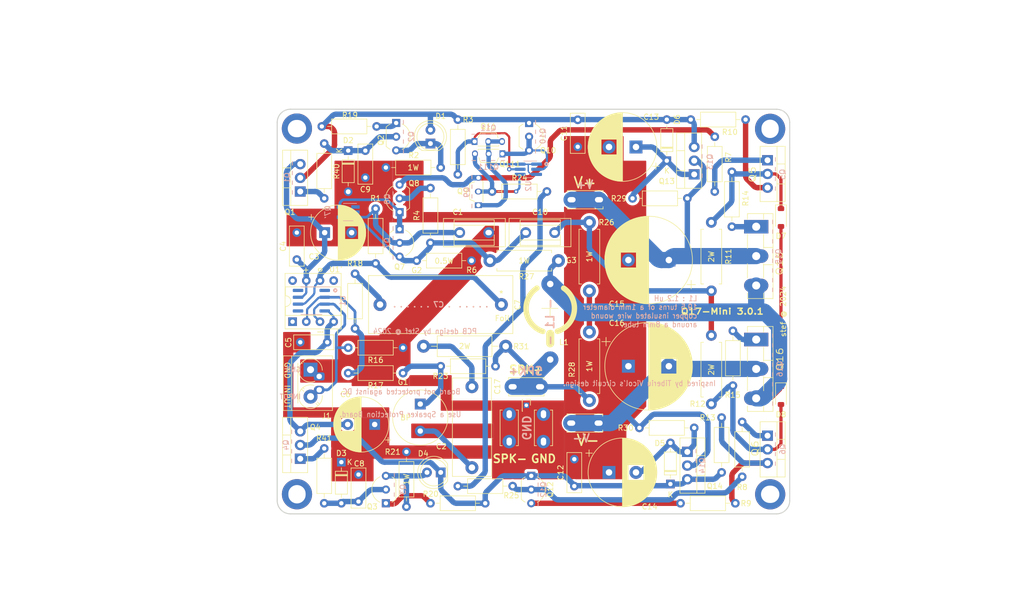
<source format=kicad_pcb>
(kicad_pcb (version 20240108) (generator "pcbnew") (generator_version "8.0")
  (title_block (title "Q17-Mini, the Quad405 reborn") (date "2024-07-01") (rev "3.0.1") (company "PCB design by Stef") (comment 1 "Zize 95 x 75 mm") (comment 2 "Thanks to Bernard74 for ground plane design."))
  (layers (0 "F.Cu" signal) (31 "B.Cu" signal) (34 "B.Paste" user) (35 "F.Paste" user) (36 "B.SilkS" user "B.Silkscreen") (37 "F.SilkS" user "F.Silkscreen") (38 "B.Mask" user) (39 "F.Mask" user) (44 "Edge.Cuts" user))
  (net 0 "")
  (net 1 "GND")
  (net 2 "Net-(Q7-G)")
  (net 3 "Net-(C2-Pad1)")
  (net 4 "Net-(C7-Pad1)")
  (net 5 "Net-(Q1-S)")
  (net 6 "Net-(Q4-S)")
  (net 7 "Net-(D3-A)")
  (net 8 "Net-(C10-Pad1)")
  (net 9 "Net-(D2-K)")
  (net 10 "Net-(Q7-S)")
  (net 11 "Net-(D1-A)")
  (net 12 "Net-(D4-K)")
  (net 13 "Net-(D6-K)")
  (net 14 "Net-(D5-A)")
  (net 15 "Net-(C17-Pad1)")
  (net 16 "Net-(J3-1-Pin_1)")
  (net 17 "Net-(J3-3-Pin_1)")
  (net 18 "Net-(D1-K)")
  (net 19 "Net-(D4-A)")
  (net 20 "Net-(J1-Pin_2)")
  (net 21 "Net-(J2-1-Pin_1)")
  (net 22 "Net-(D7-A)")
  (net 23 "Net-(Q1-G)")
  (net 24 "Net-(Q2-E)")
  (net 25 "Net-(Q3-E)")
  (net 26 "Net-(Q4-G)")
  (net 27 "Net-(Q5-G)")
  (net 28 "Net-(D7-K)")
  (net 29 "Net-(Q5-S)")
  (net 30 "Net-(Q6-G)")
  (net 31 "Net-(R24-Pad2)")
  (net 32 "Net-(R26-Pad2)")
  (net 33 "Net-(D8-A)")
  (net 34 "Net-(Q6-S)")
  (net 35 "Net-(Q7-D)")
  (net 36 "Net-(Q8-G)")
  (net 37 "Net-(Q8-D)")
  (net 38 "Net-(Q9-S)")
  (net 39 "Net-(Q9-G)")
  (net 40 "Net-(Q10-B)")
  (net 41 "Net-(Q12-C)")
  (net 42 "Net-(Q12-B)")
  (net 43 "Net-(Q15-G)")
  (net 44 "Net-(C7-Pad2)")
  (net 45 "Net-(Q16-G)")
  (net 46 "Net-(U2-S1)")
  (net 47 "Net-(U1--)")
  (footprint "Package_TO_SOT_THT:TO-220-3_Vertical" (layer "F.Cu") (at 177.104495 67.140037 90)
    (property "Reference" "Q13")
    (property "Value" "IRF610")
  )
  (footprint "Q17_Library:Faston_Connector_63849-1_TEC" (layer "F.Cu") (at 154.304495 113.241037 180)
    (property "Reference" "J3-3")
    (property "Value" "V-")
  )
  (footprint "Resistor_THT:R_Axial_DIN0207_L6.3mm_D2.5mm_P10.16mm_Horizontal" (layer "F.Cu") (at 108.077745 58.250037)
    (property "Reference" "R19")
    (property "Value" "330R")
  )
  (footprint "LED_THT:LED_D5.0mm" (layer "F.Cu") (at 130.114495 122.385037 180)
    (property "Reference" "D4")
    (property "Value" "RED 2V")
  )
  (footprint "Capacitor_THT:CP_Radial_D16.0mm_P7.50mm" (layer "F.Cu") (at 164.905495 102.700037)
    (property "Reference" "C16")
    (property "Value" "470uF/63V")
  )
  (footprint "Resistor_THT:R_Axial_DIN0411_L9.9mm_D3.6mm_P12.70mm_Horizontal" (layer "F.Cu") (at 180.279495 96.985037 -90)
    (property "Reference" "R12")
    (property "Value" "47R/2W")
  )
  (footprint "Package_TO_SOT_THT:TO-220-3_Vertical" (layer "F.Cu") (at 175.834495 118.575037 -90)
    (property "Reference" "Q14")
    (property "Value" "IRF9610")
  )
  (footprint "Capacitor_THT:C_Rect_L7.2mm_W2.5mm_P5.00mm_FKS2_FKP2_MKS2_MKP2" (layer "F.Cu") (at 154.879495 119.925037 -90)
    (property "Reference" "C12")
    (property "Value" "100nF")
  )
  (footprint "Resistor_THT:R_Axial_DIN0207_L6.3mm_D2.5mm_P10.16mm_Horizontal" (layer "F.Cu") (at 125.669495 83.127712)
    (property "Reference" "R6")
    (property "Value" "100R/0.5W")
  )
  (footprint "Diode_SMD:D_SOD-123" (layer "F.Cu") (at 193.187267 75.140037 -90)
    (property "Reference" "D7")
    (property "Value" "MMSZ5245C")
  )
  (footprint "MountingHole:MountingHole_3.2mm_M3_DIN965_Pad_TopBottom" (layer "F.Cu") (at 191.18882 126.440889)
    (property "Reference" "H3")
    (property "Value" "MountingHole_3.2mm_M3_DIN965_Pad_TopBottom")
  )
  (footprint "Resistor_THT:R_Axial_DIN0207_L6.3mm_D2.5mm_P10.16mm_Horizontal" (layer "F.Cu") (at 130.114495 102.700037)
    (property "Reference" "R23")
    (property "Value" "8k2")
  )
  (footprint "Resistor_THT:R_Axial_DIN0207_L6.3mm_D2.5mm_P10.16mm_Horizontal" (layer "F.Cu") (at 123.764495 128.735037 90)
    (property "Reference" "R21")
    (property "Value" "10k/1W")
  )
  (footprint "Resistor_THT:R_Axial_DIN0207_L6.3mm_D2.5mm_P10.16mm_Horizontal" (layer "F.Cu") (at 108.524495 71.585037 90)
    (property "Reference" "R40")
    (property "Value" "100R")
  )
  (footprint "Resistor_THT:R_Axial_DIN0207_L6.3mm_D2.5mm_P10.16mm_Horizontal" (layer "F.Cu") (at 185.994495 123.19 90)
    (property "Reference" "R8")
    (property "Value" "120R")
  )
  (footprint "Capacitor_THT:C_Rect_L7.2mm_W2.5mm_P5.00mm_FKS2_FKP2_MKS2_MKP2" (layer "F.Cu") (at 155.514495 62.020037 90)
    (property "Reference" "C11")
    (property "Value" "100nF")
  )
  (footprint "Capacitor_THT:CP_Radial_D10.0mm_P5.00mm" (layer "F.Cu") (at 117.877172 113.495037 180)
    (property "Reference" "C6")
    (property "Value" "47uF/25V")
  )
  (footprint "Diode_THT:D_DO-35_SOD27_P7.62mm_Horizontal" (layer "F.Cu") (at 112.969495 62.735037 -90)
    (property "Reference" "D2")
    (property "Value" "1N5248B")
  )
  (footprint "Diode_SMD:D_SOD-123" (layer "F.Cu") (at 193.187267 108.135188 -90)
    (property "Reference" "D8")
    (property "Value" "MMSZ5245C")
  )
  (footprint "LED_THT:LED_D5.0mm" (layer "F.Cu") (at 128.209495 61.425037 90)
    (property "Reference" "D1")
    (property "Value" "RED 2V")
  )
  (footprint "Capacitor_THT:C_Rect_L18.0mm_W7.0mm_P15.00mm_FKS3_FKP3" (layer "F.Cu") (at 135.89979 106.497272 -90)
    (property "Reference" "C17")
    (property "Value" "100nF MKP or MKT")
  )
  (footprint "Q17_Library:C_Mica_v2_L11.4mm_W4.3mm_H9.1_P5.9mm_mix" (layer "F.Cu") (at 133.378943 77.93114)
    (property "Reference" "C1")
    (property "Value" "470p Mica")
  )
  (footprint "Diode_THT:D_DO-35_SOD27_P7.62mm_Horizontal" (layer "F.Cu") (at 111.699495 120.480037 -90)
    (property "Reference" "D3")
    (property "Value" "1N5248B")
  )
  (footprint "Resistor_THT:R_Axial_DIN0207_L6.3mm_D2.5mm_P10.16mm_Horizontal" (layer "F.Cu") (at 130.114495 65.870037 180)
    (property "Reference" "R2")
    (property "Value" "10k/1W")
  )
  (footprint "MountingHole:MountingHole_3.2mm_M3_DIN965_Pad_TopBottom" (layer "F.Cu") (at 103.463294 58.647028 180)
    (property "Reference" "H1")
    (property "Value" "MountingHole")
  )
  (footprint "Capacitor_THT:CP_Radial_D12.5mm_P5.00mm" (layer "F.Cu") (at 161.309495 122.385037)
    (property "Reference" "C14")
    (property "Value" "220uF/63V")
  )
  (footprint "Diode_THT:D_DO-35_SOD27_P7.62mm_Horizontal" (layer "F.Cu") (at 172.024495 64.600037 90)
    (property "Reference" "D6")
    (property "Value" "1N5245B")
  )
  (footprint "Capacitor_THT:CP_Radial_D10.0mm_P5.00mm" (layer "F.Cu") (at 108.604495 77.935037)
    (property "Reference" "C3")
    (property "Value" "47uF/25V")
  )
  (footprint "Q17_Library:Faston_Connector_63849-1_TEC" (layer "F.Cu") (at 149.164495 111.590037 90)
    (property "Reference" "J3-2")
    (property "Value" "GND")
  )
  (footprint "Q17_Library:Faston_Connector_63849-1_TEC" (layer "F.Cu") (at 143.449495 106.510037 180)
    (property "Reference" "J2-1")
    (property "Value" "SPK+")
  )
  (footprint "Resistor_THT:R_Axial_DIN0207_L6.3mm_D2.5mm_P10.16mm_Horizontal" (layer "F.Cu") (at 177.104495 114.130037 180)
    (property "Reference" "R30")
    (property "Value" "100R")
  )
  (footprint "Package_TO_SOT_THT:TO-220-3_Vertical" (layer "F.Cu") (at 104.079495 119.845037 90)
    (property "Reference" "Q4")
    (property "Value" "IRF9610")
  )
  (footprint "Package_TO_SOT_THT:TO-92S_Wide" (layer "F.Cu") (at 137.099495 72.855037 90)
    (property "Reference" "Q9")
    (property "Value" "BS250P")
  )
  (footprint "Resistor_THT:R_Axial_DIN0411_L9.9mm_D3.6mm_P12.70mm_Horizontal" (layer "F.Cu") (at 139.244311 83.127712)
    (property "Reference" "R27")
    (property "Value" "560R/1W")
  )
  (footprint "Package_TO_SOT_THT:TO-92_Inline_Wide" (layer "F.Cu") (at 122.49436 77.300037 -90)
    (property "Reference" "Q7")
    (property "Value" "LSK170B")
  )
  (footprint "Resistor_THT:R_Axial_DIN0207_L6.3mm_D2.5mm_P10.16mm_Horizontal" (layer "F.Cu") (at 114.239495 95.715037 90)
    (property "Reference" "R18")
    (property "Value" "22k")
  )
  (footprint "Q17_Library:C_Mica_v2_L11.4mm_W4.3mm_H9.1_P5.9mm_mix" (layer "F.Cu") (at 151.498923 77.93241 180)
    (property "Reference" "C10")
    (property "Value" "47pF Mica")
  )
  (footprint "Resistor_THT:R_Axial_DIN0207_L6.3mm_D2.5mm_P10.16mm_Horizontal" (layer "F.Cu") (at 175.834495 71.585037 180)
    (property "Reference" "R29")
    (property "Value" "100R")
  )
  (footprint "Package_TO_SOT_THT:TO-3P-3_Vertical" (layer "F.Cu") (at 188.595 76.835 -90)
    (property "Reference" "Q15")
    (property "Value" "FQA46N15")
  )
  (footprint "Package_TO_SOT_THT:TO-92_Inline_Wide" (layer "F.Cu") (at 119.954495 128.100037 90)
    (property "Reference" "Q3")
    (property "Value" "KSC1845")
  )
  (footprint "Package_TO_SOT_THT:TO-3P-3_Vertical" (layer "F.Cu") (at 188.595 97.75222 -90)
    (property "Reference" "Q16")
    (property "Value" "IXTH48P20P")
  )
  (footprint "Resistor_THT:R_Axial_DIN0411_L9.9mm_D3.6mm_P12.70mm_Horizontal" (layer "F.Cu") (at 157.673495 96.350037 -90)
    (property "Reference" "R28")
    (property "Value" "22R/1W")
  )
  (footprint "Capacitor_THT:C_Rect_L26.5mm_W10.5mm_P22.50mm_MKS4" (layer "F.Cu") (at 118.864495 91.270037)
    (property "Reference" "C7")
    (property "Value" "2.2uF MKP or FKP")
  )
  (footprint "Capacitor_THT:C_Rect_L7.2mm_W2.5mm_P5.00mm_FKS2_FKP2_MKS2_MKP2" (layer "F.Cu") (at 114.874495 122.779843 -90)
    (property "Reference" "C8")
    (property "Value" "100nF")
  )
  (footprint "Resistor_THT:R_Axial_DIN0207_L6.3mm_D2.5mm_P10.16mm_Horizontal" (layer "F.Cu") (at 123.129495 99.271037 180)
    (property "Reference" "R16")
    (property "Value" "47k")
  )
  (footprint "Capacitor_THT:C_Rect_L7.2mm_W2.5mm_P5.00mm_FKS2_FKP2_MKS2_MKP2" (layer "F.Cu") (at 104.079495 98.255037)
    (property "Reference" "C5")
    (property "Value" "100nF")
  )
  (footprint "Package_TO_SOT_THT:TO-92S_Wide" (layer "F.Cu") (at 141.544495 63.330037 180)
    (property "Reference" "Q111")
    (property "Value" "BS250P")
  )
  (footprint "Resistor_THT:R_Axial_DIN0207_L6.3mm_D2.5mm_P10.16mm_Horizontal" (layer "F.Cu") (at 139.639495 70.315037)
    (property "Reference" "R24")
    (property "Value" "10k")
  )
  (footprint "Capacitor_THT:CP_Radial_D12.5mm_P5.00mm" (layer "F.Cu") (at 166.309495 62.060037 180)
    (property "Reference" "C13")
    (property "Value" "220uF/63V")
  )
  (footprint "Package_TO_SOT_THT:TO-92_Inline_Wide" (layer "F.Cu") (at 121.859495 57.610037 -90)
    (property "Reference" "Q2")
    (property "Value" "KSA992")
  )
  (footprint "Capacitor_THT:C_Rect_L7.2mm_W2.5mm_P5.00mm_FKS2_FKP2_MKS2_MKP2" (layer "F.Cu") (at 103.444495 77.935037 -90)
    (property "Reference" "C4")
    (property "Value" "100nF")
  )
  (footprint "MountingHole:MountingHole_3.2mm_M3_DIN965_Pad_TopBottom" (layer "F.Cu") (at 191.175082 58.697768 180)
    (property "Reference" "H2")
    (property "Value" "MountingHole")
  )
  (footprint "Resistor_THT:R_Axial_DIN0207_L6.3mm_D2.5mm_P10.16mm_Horizontal" (layer "F.Cu") (at 128.209495 69.680037 -90)
    (property "Reference" "R4")
    (property "Value" "1k")
  )
  (footprint "Resistor_THT:R_Axial_DIN0207_L6.3mm_D2.5mm_P10.16mm_Horizontal" (layer "F.Cu") (at 174.564495 128.100037)
    (property "Reference" "R9")
    (property "Value" "100R")
  )
  (footprint "Resistor_THT:R_Axial_DIN0411_L9.9mm_D3.6mm_P15.24mm_Horizontal" (layer "F.Cu") (at 142.164495 98.994079 180)
    (property "Reference" "R31")
    (property "Value" "10R/2W")
  )
  (footprint "Capacitor_THT:C_Rect_L7.2mm_W2.5mm_P5.00mm_FKS2_FKP2_MKS2_MKP2" (layer "F.Cu") (at 116.144495 67.735037 90)
    (property "Reference" "C9")
    (property "Value" "100nF")
  )
  (footprint "Resistor_THT:R_Axial_DIN0207_L6.3mm_D2.5mm_P10.16mm_Horizontal" (layer "F.Cu") (at 118.049495 83.650037 90)
    (property "Reference" "R1")
    (property "Value" "2k7")
  )
  (footprint "Package_TO_SOT_THT:TO-220-3_Vertical" (layer "F.Cu") (at 190.698 115.57 -90)
    (property "Reference" "Q6")
    (property "Value" "2SK3564")
  )
  (footprint "Q17_Library:L_Axial_L22mm_D10mm_P21mm_vertical_Q17_Mini" (layer "F.Cu") (at 150.415807 87.457846 -90)
    (property "Reference" "L1")
    (property "Value" "1.2uH")
  )
  (footprint "Q17_Library:Faston_Connector_63849-1_TEC" (layer "F.Cu") (at 142.814495 111.590037 90)
    (property "Reference" "J2-2")
    (property "Value" "SPK-")
  )
  (footprint "Resistor_THT:R_Axial_DIN0411_L9.9mm_D3.6mm_P12.70mm_Horizontal" (layer "F.Cu") (at 157.673495 76.030037 -90)
    (property "Reference" "R26")
    (property "Value" "22R/1W")
  )
  (footprint "Resistor_THT:R_Axial_DIN0207_L6.3mm_D2.5mm_P10.16mm_Horizontal" (layer "F.Cu") (at 138.369495 128.100037 180)
    (property "Reference" "R20")
    (property "Value" "330R")
  )
  (footprint "Resistor_THT:R_Axial_DIN0207_L6.3mm_D2.5mm_P10.16mm_Horizontal" (layer "F.Cu") (at 184.089495 66.672737 -90)
    (property "Reference" "R14")
    (property "Value" "330R")
  )
  (footprint "Resistor_THT:R_Axial_DIN0207_L6.3mm_D2.5mm_P10.16mm_Horizontal" (layer "F.Cu") (at 184.277 106.299 90)
    (property "Reference" "R15")
    (property "Value" "330R")
  )
  (footprint "Resistor_THT:R_Axial_DIN0207_L6.3mm_D2.5mm_P10.16mm_Horizontal" (layer "F.Cu") (at 108.524495 117.940037 -90)
    (property "Reference" "R41")
    (property "Value" "100R")
  )
  (footprint "Package_TO_SOT_THT:TO-220-3_Vertical" (layer "F.Cu") (at 190.698 64.516 -90)
    (property "Reference" "Q5")
    (property "Value" "FQPF7P20")
  )
  (footprint "Resistor_THT:R_Axial_DIN0207_L6.3mm_D2.5mm_P10.16mm_Horizontal" (layer "F.Cu") (at 180.914495 60.155037 -90)
    (property "Reference" "R7")
    (property "Value" "100R")
  )
  (footprint "Package_TO_SOT_THT:TO-92_Inline_Wide" (layer "F.Cu") (at 146.497495 57.615037 -90)
    (property "Reference" "Q10")
    (property "Value" "KSA992")
  )
  (footprint "Resistor_THT:R_Axial_DIN0207_L6.3mm_D2.5mm_P10.16mm_Horizontal" (layer "F.Cu") (at 182.184495 112.225037 -90)
    (property "Reference" "R13")
    (property "Value" "9R1")
  )
  (footprint "Package_TO_SOT_THT:TO-92_Inline_Wide" (layer "F.Cu") (at 146.899495 123.020037 -90)
    (property "Reference" "Q12")
    (property "Value" "KSC1845")
  )
  (footprint "Resistor_THT:R_Axial_DIN0207_L6.3mm_D2.5mm_P10.16mm_Horizontal" (layer "F.Cu") (at 133.289495 124.925037)
    (property "Reference" "R25")
    (property "Value" "7k5")
  )
  (footprint "Capacitor_THT:CP_Radial_D16.0mm_P7.50mm" (layer "F.Cu") (at 172.405495 83.015037 180)
    (property "Reference" "C15")
    (property "Value" "470uF/63V")
  )
  (footprint "Resistor_THT:R_Axial_DIN0207_L6.3mm_D2.5mm_P10.16mm_Horizontal" (layer "F.Cu") (at 176.469495 56.980037)
    (property "Reference" "R10")
    (property "Value" "9R1")
  )
  (footprint "MountingHole:MountingHole_3.2mm_M3_DIN965_Pad_TopBottom" (layer "F.Cu") (at 103.475185 126.428054 180)
    (property "Reference" "H4")
    (property "Value" "MountingHole")
  )
  (footprint "Package_TO_SOT_THT:TO-92S_Wide" (layer "F.Cu") (at 136.394495 61.044037)
    (property "Reference" "Q11")
    (property "Value" "BS250P")
  )
  (footprint "Package_TO_SOT_THT:TO-92_Inline_Wide" (layer "F.Cu") (at 122.494495 74.125037 90)
    (property "Reference" "Q8")
    (property "Value" "DN2540")
  )
  (footprint "Package_TO_SOT_THT:TO-220-3_Vertical" (layer "F.Cu") (at 104.079495 70.315037 90)
    (property "Reference" "Q1")
    (property "Value" "IRF610")
  )
  (footprint "Resistor_THT:R_Axial_DIN0207_L6.3mm_D2.5mm_P10.16mm_Horizontal" (layer "F.Cu") (at 133.289495 56.980037 -90)
    (property "Reference" "R3")
    (property "Value" "150R")
  )
  (footprint "Resistor_THT:R_Axial_DIN0411_L9.9mm_D3.6mm_P12.70mm_Horizontal" (layer "F.Cu") (at 180.279495 76.030037 -90)
    (property "Reference" "R11")
    (property "Value" "47R/2W")
  )
  (footprint "Connector_PinHeader_1.27mm:PinHeader_1x01_P1.27mm_Vertical" (layer "F.Cu") (at 145.989495 109.939037 -90)
    (property "Reference" "J4" (hide yes))
    (property "Value" "PinHeader_1x01_P1.27mm_Vertical")
  )
  (footprint "Q17_Library:Input_connector_mix_inverted" (layer "F.Cu") (at 105.361295 105.899437 -90)
    (property "Reference" "J1")
    (property "Value" "INPUT")
  )
  (footprint "Capacitor_THT:CP_Radial_D10.0mm_P5.00mm" (layer "F.Cu") (at 126.324538 109.711651 -90)
    (property "Reference" "C2")
    (property "Value" "100uF/10V BP")
  )
  (footprint "Package_DIP:DIP-8_W7.62mm_Socket" (layer "F.Cu") (at 102.657426 94.445037 90)
    (property "Reference" "U1'")
    (property "Value" "OPA1611")
  )
  (footprint "Diode_THT:D_DO-35_SOD27_P7.62mm_Horizontal" (layer "F.Cu") (at 172.690981 124.535037 90)
    (property "Reference" "D5")
    (property "Value" "1N5245B")
  )
  (footprint "Q17_Library:Faston_Connector_63849-1_TEC" (layer "F.Cu") (at 154.371495 71.839037 180)
    (property "Reference" "J3-1")
    (property "Value" "V+")
  )
  (footprint "Resistor_THT:R_Axial_DIN0207_L6.3mm_D2.5mm_P10.16mm_Horizontal" (layer "F.Cu") (at 123.129495 103.970037 180)
    (property "Reference" "R17")
    (property "Value" "5k1")
  )
  (footprint "Q17_Library:NDC7003P-TSOT23-6" (layer "B.Cu") (at 146.370495 66.190037 180)
    (property "Reference" "U2")
    (property "Value" "NDC7003P")
  )
  (footprint "Package_TO_SOT_SMD:SOT-23-5_HandSoldering" (layer "B.Cu") (at 112.969495 74.125037 180)
    (property "Reference" "Q7'")
    (property "Value" "DN2540N8-G")
  )
  (footprint "Package_SO:SOIC-8_3.9x4.9mm_P1.27mm" (layer "B.Cu") (at 106.142921 90.550134 180)
    (property "Reference" "U1")
    (property "Value" "OPA1611")
  )
  (gr_line (start 194.806412 57.518381) (end 194.806634 127.615543) (stroke (width 0.2)) (layer "Edge.Cuts"))
  (gr_arc (start 99.811698 57.512454) (mid 100.529286 55.780043) (end 102.261697 55.062455) (stroke (width 0.2)) (layer "Edge.Cuts"))
  (gr_arc (start 194.806634 127.615543) (mid 194.089046 129.347954) (end 192.356635 130.065542) (stroke (width 0.2)) (layer "Edge.Cuts"))
  (gr_arc (start 192.366412 55.068383) (mid 194.092356 55.789502) (end 194.806412 57.518381) (stroke (width 0.2)) (layer "Edge.Cuts"))
  (gr_line (start 102.261697 55.062455) (end 192.366412 55.068383) (stroke (width 0.2)) (layer "Edge.Cuts"))
  (gr_arc (start 102.258328 130.064239) (mid 100.495701 129.315898) (end 99.80985 127.528029) (stroke (width 0.2)) (layer "Edge.Cuts"))
  (gr_line (start 102.258328 130.064239) (end 192.356635 130.065542) (stroke (width 0.2)) (layer "Edge.Cuts"))
  (gr_line (start 99.811698 57.512454) (end 99.80985 127.528029) (stroke (width 0.2)) (layer "Edge.Cuts"))
  (gr_text "Q12" (at 149.164495 125.560037 90) (layer "B.SilkS") (effects (font (size 1 1)) (justify mirror)))
  (gr_text "Q15" (at 192.725495 82.380037 90) (layer "B.SilkS") (effects (font (size 1 1)) (justify mirror)))
  (gr_text "GND" (at 145.989495 114.130037 -90) (layer "B.SilkS") (effects (font (size 1.5 1.5) (thickness 0.3)) (justify mirror)))
  (gr_text "- L1 -" (at 150.376394 94.493432 90) (layer "B.SilkS") (effects (font (size 1.5 1.5) (thickness 0.3)) (justify mirror)))
  (gr_text "Q1" (at 101.666495 67.775037 90) (layer "B.SilkS") (effects (font (size 1 1)) (justify mirror)))
  (gr_text "- - - -" (at 138.940904 64.633363 180) (layer "B.SilkS") (effects (font (size 0.9 0.9)) (justify mirror)))
  (gr_text "V-" (at 156.149495 116.035037 0) (layer "B.SilkS") (effects (font (size 1.5 1.5) (thickness 0.3)) (justify mirror)))
  (gr_text "V+" (at 156.784495 69.045037 0) (layer "B.SilkS") (effects (font (size 1.5 1.5) (thickness 0.3)) (justify mirror)))
  (gr_text "°" (at 111.375488 88.633012 -270) (layer "B.SilkS") (effects (font (size 2 2) (thickness 0.25))))
  (gr_text "- - - -" (at 121.224495 71.585037 90) (layer "B.SilkS") (effects (font (size 0.9 0.9)) (justify mirror)))
  (gr_text "Q14" (at 178.604012 121.11894 90) (layer "B.SilkS") (effects (font (size 1 1)) (justify mirror)))
  (gr_text "Q4" (at 101.412495 117.305037 90) (layer "B.SilkS") (effects (font (size 1 1)) (justify mirror)))
  (gr_text "Q2" (at 124.653495 60.155037 90) (layer "B.SilkS") (effects (font (size 1 1)) (justify mirror)))
  (gr_text "Q3" (at 123.129495 125.560037 90) (layer "B.SilkS") (effects (font (size 1 1)) (justify mirror)))
  (gr_text "Q5" (at 193.487495 67.140037 90) (layer "B.SilkS") (effects (font (size 1 1)) (justify mirror)))
  (gr_text "Board not protected against DC." (at 122.621495 107.399037 0) (layer "B.SilkS") (effects (font (size 1 0.9)) (justify mirror)))
  (gr_text "Q9" (at 134.940495 70.442037 90) (layer "B.SilkS") (effects (font (size 1 1)) (justify mirror)))
  (gr_text "Use a Speaker Protection Board." (at 122.621495 111.622135 0) (layer "B.SilkS") (effects (font (size 1 0.9)) (justify mirror)))
  (gr_text "Q11" (at 138.940904 58.530161 0) (layer "B.SilkS") (effects (font (size 1 1)) (justify mirror)))
  (gr_text "- - - -" (at 178.501495 64.682033 90) (layer "B.SilkS") (effects (font (size 0.9 0.9)) (justify mirror)))
  (gr_text "- - - -" (at 192.217495 67.067429 -90) (layer "B.SilkS") (effects (font (size 0.9 0.9)) (justify mirror)))
  (gr_text "Q10" (at 149.037495 60.028037 90) (layer "B.SilkS") (effects (font (size 1 1)) (justify mirror)))
  (gr_text "- - - -" (at 138.940904 59.766654 180) (layer "B.SilkS") (effects (font (size 0.9 0.9)) (justify mirror)))
  (gr_text "Q13" (at 180.025495 64.809033 90) (layer "B.SilkS") (effects (font (size 1 1)) (justify mirror)))
  (gr_text "L1 : 1.2 uH\n19.5 turns of a 1mm diameter \ncopper insulated wire wound \naround a 8mm tube." (at 177.739495 92.540037 0) (layer "B.SilkS") (effects (font (size 1 0.9) (thickness 0.15) (bold yes)) (justify left mirror)))
  (gr_text "- - - -" (at 148.23699 125.560037 -90) (layer "B.SilkS") (effects (font (size 0.9 0.9)) (justify mirror)))
  (gr_text "Q7" (at 120.208495 79.840037 90) (layer "B.SilkS") (effects (font (size 1 1)) (justify mirror)))
  (gr_text "- - - -" (at 123.129495 60.155037 90) (layer "B.SilkS") (effects (font (size 0.9 0.9)) (justify mirror)))
  (gr_text "Inspired by Tiberiu Vicol's circuit design." (at 166.944495 105.875037 0) (layer "B.SilkS") (effects (font (size 1 0.9) (thickness 0.15) (bold yes)) (justify mirror)))
  (gr_text "GND" (at 102.809495 103.335037 0) (layer "B.SilkS") (effects (font (size 0.9 0.9)) (justify mirror)))
  (gr_text "INPUT" (at 102.230924 108.34005 0) (layer "B.SilkS") (effects (font (size 0.9 0.9)) (justify mirror)))
  (gr_text "Q8" (at 120.208495 71.712037 90) (layer "B.SilkS") (effects (font (size 1 1)) (justify mirror)))
  (gr_text "PCB design by Stef @ 2024\n" (at 127.193495 96.223037 0) (layer "B.SilkS") (effects (font (size 1 0.9) (thickness 0.15) (bold yes)) (justify mirror)))
  (gr_text "- - - -" (at 177.485495 121.118939 -90) (layer "B.SilkS") (effects (font (size 0.9 0.9)) (justify mirror)))
  (gr_text "- - - -" (at 121.224495 79.840037 90) (layer "B.SilkS") (effects (font (size 0.9 0.9)) (justify mirror)))
  (gr_text "- - - - - - - -" (at 191.709495 103.335037 -90) (layer "B.SilkS") (effects (font (size 0.9 0.9)) (justify mirror)))
  (gr_text "- - - -" (at 147.767495 60.155037 -90) (layer "B.SilkS") (effects (font (size 0.9 0.9)) (justify mirror)))
  (gr_text "Q16" (at 192.979495 103.208037 90) (layer "B.SilkS") (effects (font (size 1 1)) (justify mirror)))
  (gr_text "Q6" (at 193.487495 118.067037 90) (layer "B.SilkS") (effects (font (size 1 1)) (justify mirror)))
  (gr_text "- - - -" (at 135.829495 70.315037 90) (layer "B.SilkS") (effects (font (size 0.9 0.9)) (justify mirror)))
  (gr_text "- - - -" (at 102.555495 67.775037 90) (layer "B.SilkS") (effects (font (size 0.9 0.9)) (justify mirror)))
  (gr_text "- - - -" (at 102.555495 117.559037 -90) (layer "B.SilkS") (effects (font (size 0.9 0.9)) (justify mirror)))
  (gr_text ". . . . .  . C7 . . . . . ." (at 130.114495 91.270037 0) (layer "B.SilkS") (effects (font (size 1 1) (thickness 0.2)) (justify mirror)))
  (gr_text "Q111" (at 138.940904 65.758889 0) (layer "B.SilkS") (effects (font (size 1 1)) (justify mirror)))
  (gr_text "- - - - - - - -" (at 191.709495 82.253037 -90) (layer "B.SilkS") (effects (font (size 0.9 0.9)) (justify mirror)))
  (gr_text "- - - -" (at 192.217495 118.067037 -90) (layer "B.SilkS") (effects (font (size 0.9 0.9)) (justify mirror)))
  (gr_text "- - - -" (at 121.446553 125.591797 90) (layer "B.SilkS") (effects (font (size 0.9 0.9)) (justify mirror)))
  (gr_text "SPK+" (at 145.848613 103.60985 0) (layer "B.SilkS") (effects (font (size 1.5 1.5) (thickness 0.3)) (justify mirror)))
  (gr_text "Foil" (at 141.544495 93.810037 0) (layer "F.SilkS") (effects (font (size 1 1))))
  (gr_text "i" (at 107.742273 96.350037 -90) (layer "F.SilkS") (effects (font (size 1 1))))
  (gr_text "2W" (at 180.279495 103.335037 -270) (layer "F.SilkS") (effects (font (size 1 1))))
  (gr_text "o" (at 107.889495 84.821732 -90) (layer "F.SilkS") (effects (font (size 1 1))))
  (gr_text "2W" (at 134.544495 98.994079 0) (layer "F.SilkS") (effects (font (size 1 1))))
  (gr_text "1W" (at 123.764495 123.655037 90) (layer "F.SilkS") (effects (font (size 1 1))))
  (gr_text "1W" (at 157.673495 82.380037 90) (layer "F.SilkS") (effects (font (size 1 1))))
  (gr_text "1W" (at 157.673495 102.700037 90) (layer "F.SilkS") (effects (font (size 1 1))))
  (gr_text "G3" (at 154.319918 83.063336 0) (layer "F.SilkS") (effects (font (size 1 1))))
  (gr_text "2W" (at 180.279495 82.380037 -270) (layer "F.SilkS") (effects (font (size 1 1))))
  (gr_text "1W" (at 125.034495 65.870037 0) (layer "F.SilkS") (effects (font (size 1 1))))
  (gr_text "stef @ 2024" (at 193.614495 92.540037 90) (layer "F.SilkS") (effects (font (size 1 1))))
  (gr_text "+" (at 105.210376 84.878109 -90) (layer "F.SilkS") (effects (font (size 1 1))))
  (gr_text "BP" (at 123.637495 112.225037 0) (layer "F.SilkS") (effects (font (size 1 1))))
  (gr_text "0.5W" (at 130.749495 83.185592 0) (layer "F.SilkS") (effects (font (size 1 1))))
  (gr_text "-" (at 110.937495 96.327232 90) (layer "F.SilkS") (effects (font (size 1 1))))
  (gr_text "G1" (at 123.129495 105.621037 0) (layer "F.SilkS") (effects (font (size 1 1))))
  (gr_text "G2" (at 125.669495 84.920037 0) (layer "F.SilkS") (effects (font (size 1 1))))
  (gr_text "1W" (at 145.594311 83.127712 0) (layer "F.SilkS") (effects (font (size 1 1))))
  (gr_text "Q17-Mini 3.0.1" (at 182.311495 92.540037 0) (layer "F.SilkS") (effects (font (size 1.1 1.3) (thickness 0.25))))
  (segment (start 128.699955 114.711651) (end 126.324538 114.711651) (width 1) (layer "B.Cu") (net 1))
  (segment (start 135.89979 121.497272) (end 129.407062 115.004544) (width 1) (layer "B.Cu") (net 1))
  (arc (start 129.407062 115.004544) (mid 129.082639 114.787771) (end 128.699955 114.711651) (width 1) (layer "B.Cu") (net 1))
  (segment (start 118.049495 76.250823) (end 118.049495 73.490037) (width 1) (layer "B.Cu") (net 2))
  (segment (start 133.632943 77.928513) (end 126.725233 77.928513) (width 1) (layer "B.Cu") (net 2))
  (segment (start 122.49436 79.840037) (end 121.638709 79.840037) (width 1) (layer "B.Cu") (net 2))
  (segment (start 123.985281 79.840037) (end 122.49436 79.840037) (width 1) (layer "B.Cu") (net 2))
  (segment (start 126.018126 78.221406) (end 124.692388 79.547144) (width 1) (layer "B.Cu") (net 2))
  (segment (start 116.610942 74.92859) (end 118.049495 73.490037) (width 0.5) (layer "B.Cu") (net 2))
  (segment (start 114.319495 75.075037) (end 116.257388 75.075037) (width 0.5) (layer "B.Cu") (net 2))
  (segment (start 120.931602 79.547144) (end 118.342388 76.95793) (width 1) (layer "B.Cu") (net 2))
  (arc (start 126.725233 77.928513) (mid 126.34255 78.004633) (end 126.018126 78.221406) (width 1) (layer "B.Cu") (net 2))
  (arc (start 118.049495 76.250823) (mid 118.125615 76.633506) (end 118.342388 76.95793) (width 1) (layer "B.Cu") (net 2))
  (arc (start 116.257388 75.075037) (mid 116.44873 75.036977) (end 116.610942 74.92859) (width 0.5) (layer "B.Cu") (net 2))
  (arc (start 124.692388 79.547144) (mid 124.367965 79.763917) (end 123.985281 79.840037) (width 1) (layer "B.Cu") (net 2))
  (arc (start 121.638709 79.840037) (mid 121.256026 79.763917) (end 120.931602 79.547144) (width 1) (layer "B.Cu") (net 2))
  (segment (start 129.821602 107.31093) (end 127.713774 109.418758) (width 1) (layer "B.Cu") (net 3))
  (segment (start 124.106602 102.99293) (end 123.129495 103.970037) (width 1) (layer "B.Cu") (net 3))
  (segment (start 127.006667 109.711651) (end 126.324538 109.711651) (width 1) (layer "B.Cu") (net 3))
  (segment (start 130.114495 102.700037) (end 130.114495 106.603823) (width 1) (layer "B.Cu") (net 3))
  (segment (start 130.114495 102.700037) (end 124.813709 102.700037) (width 1) (layer "B.Cu") (net 3))
  (arc (start 127.713774 109.418758) (mid 127.389351 109.635531) (end 127.006667 109.711651) (width 1) (layer "B.Cu") (net 3))
  (arc (start 124.106602 102.99293) (mid 124.431025 102.776157) (end 124.813709 102.700037) (width 1) (layer "B.Cu") (net 3))
  (arc (start 129.821602 107.31093) (mid 130.038375 106.986507) (end 130.114495 106.603823) (width 1) (layer "B.Cu") (net 3))
  (segment (start 118.571602 89.887144) (end 114.239495 85.555037) (width 1) (layer "B.Cu") (net 4))
  (arc (start 118.571602 89.887144) (mid 118.788375 90.211567) (end 118.864495 90.594251) (width 1) (layer "B.Cu") (net 4))
  (segment (start 106.357388 75.68793) (end 108.604495 77.935037) (width 1) (layer "B.Cu") (net 5))
  (segment (start 101.539495 66.919251) (end 101.539495 73.075823) (width 1) (layer "B.Cu") (net 5))
  (segment (start 103.858709 75.395037) (end 105.650281 75.395037) (width 1) (layer "B.Cu") (net 5))
  (segment (start 108.311602 81.95793) (end 105.490319 84.779213) (width 1) (layer "B.Cu") (net 5))
  (segment (start 105.197426 85.48632) (end 105.197426 86.825037) (width 1) (layer "B.Cu") (net 5))
  (segment (start 105.288671 84.779213) (end 103.444495 82.935037) (width 1) (layer "B.Cu") (net 5))
  (segment (start 104.079495 65.235037) (end 103.223709 65.235037) (width 1) (layer "B.Cu") (net 5))
  (segment (start 101.832388 73.78293) (end 103.151602 75.102144) (width 1) (layer "B.Cu") (net 5))
  (segment (start 108.604495 77.935037) (end 108.604495 81.250823) (width 1) (layer "B.Cu") (net 5))
  (segment (start 105.050979 89.296416) (end 104.578707 89.768688) (width 0.4) (layer "B.Cu") (net 5))
  (segment (start 105.197426 86.825037) (end 105.197426 88.942862) (width 0.4) (layer "B.Cu") (net 5))
  (segment (start 102.516602 65.52793) (end 101.832388 66.212144) (width 1) (layer "B.Cu") (net 5))
  (arc (start 105.050979 89.296416) (mid 105.159366 89.134204) (end 105.197426 88.942862) (width 0.4) (layer "B.Cu") (net 5))
  (arc (start 103.151602 75.102144) (mid 103.476025 75.318917) (end 103.858709 75.395037) (width 1) (layer "B.Cu") (net 5))
  (arc (start 101.539495 73.075823) (mid 101.615615 73.458506) (end 101.832388 73.78293) (width 1) (layer "B.Cu") (net 5))
  (arc (start 101.832388 66.212144) (mid 101.615615 66.536568) (end 101.539495 66.919251) (width 1) (layer "B.Cu") (net 5))
  (arc (start 105.490319 84.779213) (mid 105.273546 85.103636) (end 105.197426 85.48632) (width 1) (layer "B.Cu") (net 5))
  (arc (start 104.225154 89.915134) (mid 104.416495 89.877074) (end 104.578707 89.768688) (width 0.4) (layer "B.Cu") (net 5))
  (arc (start 108.311602 81.95793) (mid 108.528375 81.633507) (end 108.604495 81.250823) (width 1) (layer "B.Cu") (net 5))
  (arc (start 105.650281 75.395037) (mid 106.032964 75.471157) (end 106.357388 75.68793) (width 1) (layer "B.Cu") (net 5))
  (arc (start 103.223709 65.235037) (mid 102.841026 65.311157) (end 102.516602 65.52793) (width 1) (layer "B.Cu") (net 5))
  (segment (start 109.372388 95.350075) (end 110.277426 94.445037) (width 1) (layer "B.Cu") (net 6))
  (segment (start 105.763709 113.495037) (end 112.877172 113.495037) (width 1) (layer "B.Cu") (net 6))
  (segment (start 110.277426 94.445037) (end 110.277426 93.714486) (width 0.4) (layer "B.Cu") (net 6))
  (segment (start 109.079495 98.255037) (end 107.467388 99.867144) (width 1) (layer "B.Cu") (net 6))
  (segment (start 103.786602 100.45293) (end 102.467388 101.772144) (width 1) (layer "B.Cu") (net 6))
  (segment (start 109.079495 98.255037) (end 109.079495 96.057182) (width 1) (layer "B.Cu") (net 6))
  (segment (start 104.079495 114.765037) (end 105.056602 113.78793) (width 1) (layer "B.Cu") (net 6))
  (segment (start 110.130979 93.360932) (end 109.225181 92.455134) (width 0.4) (layer "B.Cu") (net 6))
  (segment (start 102.174495 102.479251) (end 102.174495 112.445823) (width 1) (layer "B.Cu") (net 6))
  (segment (start 102.467388 113.15293) (end 104.079495 114.765037) (width 1) (layer "B.Cu") (net 6))
  (segment (start 106.760281 100.160037) (end 104.493709 100.160037) (width 1) (layer "B.Cu") (net 6))
  (arc (start 103.786602 100.45293) (mid 104.111025 100.236157) (end 104.493709 100.160037) (width 1) (layer "B.Cu") (net 6))
  (arc (start 110.130979 93.360932) (mid 110.239366 93.523144) (end 110.277426 93.714486) (width 0.4) (layer "B.Cu") (net 6))
  (arc (start 102.174495 112.445823) (mid 102.250615 112.828506) (end 102.467388 113.15293) (width 1) (layer "B.Cu") (net 6))
  (arc (start 105.763709 113.495037) (mid 105.381026 113.571157) (end 105.056602 113.78793) (width 1) (layer "B.Cu") (net 6))
  (arc (start 107.467388 99.867144) (mid 107.142965 100.083917) (end 106.760281 100.160037) (width 1) (layer "B.Cu") (net 6))
  (arc (start 102.467388 101.772144) (mid 102.250615 102.096567) (end 102.174495 102.479251) (width 1) (layer "B.Cu") (net 6))
  (arc (start 109.372388 95.350075) (mid 109.155615 95.674498) (end 109.079495 96.057182) (width 1) (layer "B.Cu") (net 6))
  (segment (start 114.874495 127.779843) (end 112.019689 127.779843) (width 1) (layer "B.Cu") (net 7))
  (segment (start 117.508515 125.560037) (end 119.954495 125.560037) (width 1) (layer "B.Cu") (net 7))
  (segment (start 114.874495 127.779843) (end 116.801408 125.85293) (width 1) (layer "B.Cu") (net 7))
  (segment (start 111.699495 128.100037) (end 108.524495 128.100037) (width 1) (layer "B.Cu") (net 7))
  (segment (start 112.019689 127.779843) (end 111.699495 128.100037) (width 1) (layer "B.Cu") (net 7))
  (arc (start 116.801408 125.85293) (mid 117.125831 125.636157) (end 117.508515 125.560037) (width 1) (layer "B.Cu") (net 7))
  (segment (start 180.279495 96.985037) (end 180.279495 88.730037) (width 1) (layer "F.Cu") (net 8))
  (segment (start 157.673495 76.030037) (end 157.673495 80.568823) (width 1) (layer "B.Cu") (net 8))
  (segment (start 151.244923 77.935037) (end 152.85703 76.32293) (width 1) (layer "B.Cu") (net 8))
  (segment (start 157.966388 81.27593) (end 165.127602 88.437144) (width 1) (layer "B.Cu") (net 8))
  (segment (start 165.834709 88.730037) (end 180.279495 88.730037) (width 1) (layer "B.Cu") (net 8))
  (segment (start 153.564137 76.030037) (end 157.673495 76.030037) (width 1) (layer "B.Cu") (net 8))
  (arc (start 152.85703 76.32293) (mid 153.181453 76.106157) (end 153.564137 76.030037) (width 1) (layer "B.Cu") (net 8))
  (arc (start 165.127602 88.437144) (mid 165.452025 88.653917) (end 165.834709 88.730037) (width 1) (layer "B.Cu") (net 8))
  (arc (start 157.966388 81.27593) (mid 157.749615 80.951507) (end 157.673495 80.568823) (width 1) (layer "B.Cu") (net 8))
  (segment (start 108.524495 61.425037) (end 109.541602 62.442144) (width 1) (layer "B.Cu") (net 9))
  (segment (start 110.248709 62.735037) (end 112.969495 62.735037) (width 1) (layer "B.Cu") (net 9))
  (segment (start 116.144495 62.735037) (end 112.969495 62.735037) (width 1) (layer "B.Cu") (net 9))
  (segment (start 116.144495 62.735037) (end 118.431602 60.44793) (width 1) (layer "B.Cu") (net 9))
  (segment (start 119.138709 60.155037) (end 121.854495 60.155037) (width 1) (layer "B.Cu") (net 9))
  (arc (start 110.248709 62.735037) (mid 109.866026 62.658917) (end 109.541602 62.442144) (width 1) (layer "B.Cu") (net 9))
  (arc (start 118.431602 60.44793) (mid 118.756025 60.231157) (end 119.138709 60.155037) (width 1) (layer "B.Cu") (net 9))
  (segment (start 112.448674 76.191109) (end 115.59046 76.191109) (width 0.5) (layer "B.Cu") (net 10))
  (segment (start 115.944014 76.337556) (end 121.840049 82.233591) (width 0.5) (layer "B.Cu") (net 10))
  (segment (start 140.973589 82.834819) (end 145.873371 77.935037) (width 1) (layer "B.Cu") (net 10))
  (segment (start 125.669495 83.127712) (end 123.656249 83.127712) (width 1) (layer "B.Cu") (net 10))
  (segment (start 111.765942 75.715484) (end 112.095121 76.044663) (width 0.5) (layer "B.Cu") (net 10))
  (segment (start 127.916602 80.880605) (end 125.669495 83.127712) (width 1) (layer "B.Cu") (net 10))
  (segment (start 139.244311 83.127712) (end 140.266482 83.127712) (width 1) (layer "B.Cu") (net 10))
  (segment (start 111.619495 75.075037) (end 111.619495 75.36193) (width 0.5) (layer "B.Cu") (net 10))
  (segment (start 122.949142 82.834819) (end 122.49436 82.380037) (width 1) (layer "B.Cu") (net 10))
  (segment (start 139.244311 83.127712) (end 136.249529 80.13293) (width 1) (layer "B.Cu") (net 10))
  (segment (start 128.209495 79.840037) (end 128.209495 80.173498) (width 1) (layer "B.Cu") (net 10))
  (segment (start 135.542422 79.840037) (end 128.209495 79.840037) (width 1) (layer "B.Cu") (net 10))
  (arc (start 115.59046 76.191109) (mid 115.781802 76.229169) (end 115.944014 76.337556) (width 0.5) (layer "B.Cu") (net 10))
  (arc (start 111.619495 75.36193) (mid 111.657555 75.553272) (end 111.765942 75.715484) (width 0.5) (layer "B.Cu") (net 10))
  (arc (start 121.840049 82.233591) (mid 122.002261 82.341977) (end 122.193602 82.380037) (width 0.5) (layer "B.Cu") (net 10))
  (arc (start 123.656249 83.127712) (mid 123.273566 83.051592) (end 122.949142 82.834819) (width 1) (layer "B.Cu") (net 10))
  (arc (start 112.448674 76.191109) (mid 112.257333 76.153049) (end 112.095121 76.044663) (width 0.5) (layer "B.Cu") (net 10))
  (arc (start 135.542422 79.840037) (mid 135.925105 79.916157) (end 136.249529 80.13293) (width 1) (layer "B.Cu") (net 10))
  (arc (start 127.916602 80.880605) (mid 128.133375 80.556182) (end 128.209495 80.173498) (width 1) (layer "B.Cu") (net 10))
  (arc (start 140.973589 82.834819) (mid 140.649166 83.051592) (end 140.266482 83.127712) (width 1) (layer "B.Cu") (net 10))
  (segment (start 108.077745 58.250037) (end 109.212282 58.250037) (width 1) (layer "F.Cu") (net 11))
  (segment (start 110.136602 62.35293) (end 105.007388 67.482144) (width 1) (layer "F.Cu") (net 11))
  (segment (start 109.919389 58.54293) (end 110.136602 58.760143) (width 1) (layer "F.Cu") (net 11))
  (segment (start 110.429495 59.46725) (end 110.429495 61.645823) (width 1) (layer "F.Cu") (net 11))
  (arc (start 110.429495 61.645823) (mid 110.353375 62.028506) (end 110.136602 62.35293) (width 1) (layer "F.Cu") (net 11))
  (arc (start 104.300281 67.775037) (mid 104.682964 67.698917) (end 105.007388 67.482144) (width 1) (layer "F.Cu") (net 11))
  (arc (start 109.919389 58.54293) (mid 109.594966 58.326157) (end 109.212282 58.250037) (width 1) (layer "F.Cu") (net 11))
  (arc (start 110.429495 59.46725) (mid 110.353375 59.084567) (end 110.136602 58.760143) (width 1) (layer "F.Cu") (net 11))
  (segment (start 128.209495 58.885037) (end 128.209495 55.985774) (width 1) (layer "B.Cu") (net 11))
  (segment (start 155.474495 56.980037) (end 133.289495 56.980037) (width 1) (layer "B.Cu") (net 11))
  (segment (start 176.469495 56.980037) (end 155.554495 56.980037) (width 1) (layer "B.Cu") (net 11))
  (segment (start 128.209495 55.985774) (end 110.756222 55.985774) (width 1) (layer "B.Cu") (net 11))
  (segment (start 176.811602 57.322144) (end 176.469495 56.980037) (width 1) (layer "B.Cu") (net 11))
  (segment (start 133.289495 56.980037) (end 132.588125 56.278667) (width 1) (layer "B.Cu") (net 11))
  (segment (start 110.049115 56.278667) (end 108.077745 58.250037) (width 1) (layer "B.Cu") (net 11))
  (segment (start 177.104495 62.060037) (end 177.104495 58.029251) (width 1) (layer "B.Cu") (net 11))
  (segment (start 131.881018 55.985774) (end 128.209495 55.985774) (width 1) (layer "B.Cu") (net 11))
  (arc (start 110.049115 56.278667) (mid 110.373538 56.061894) (end 110.756222 55.985774) (width 1) (layer "B.Cu") (net 11))
  (arc (start 177.104495 58.029251) (mid 177.028375 57.646568) (end 176.811602 57.322144) (width 1) (layer "B.Cu") (net 11))
  (arc (start 132.588125 56.278667) (mid 132.263702 56.061894) (end 131.881018 55.985774) (width 1) (layer "B.Cu") (net 11))
  (segment (start 138.369495 128.100037) (end 133.068709 128.100037) (width 1) (layer "B.Cu") (net 12))
  (segment (start 146.899495 123.020037) (end 141.958709 123.020037) (width 1) (layer "B.Cu") (net 12))
  (segment (start 107.668709 116.035037) (end 114.460281 116.035037) (width 1) (layer "B.Cu") (net 12))
  (segment (start 152.720281 123.020037) (end 146.899495 123.020037) (width 1) (layer "B.Cu") (net 12))
  (segment (start 132.361602 127.807144) (end 130.407388 125.85293) (width 1) (layer "B.Cu") (net 12))
  (segment (start 127.795281 120.480037) (end 119.733709 120.480037) (width 1) (layer "B.Cu") (net 12))
  (segment (start 182.184495 122.385037) (end 181.207388 123.362144) (width 1) (layer "B.Cu") (net 12))
  (segment (start 104.079495 117.305037) (end 105.570281 117.305037) (width 1) (layer "B.Cu") (net 12))
  (segment (start 154.959495 124.845037) (end 153.427388 123.31293) (width 1) (layer "B.Cu") (net 12))
  (segment (start 106.277388 117.012144) (end 106.961602 116.32793) (width 1) (layer "B.Cu") (net 12))
  (segment (start 180.500281 123.655037) (end 175.834495 123.655037) (width 1) (layer "B.Cu") (net 12))
  (segment (start 141.251602 123.31293) (end 138.662388 125.902144) (width 1) (layer "B.Cu") (net 12))
  (segment (start 175.834495 123.655037) (end 175.247388 124.242144) (width 1) (layer "B.Cu") (net 12))
  (segment (start 171.966767 124.845037) (end 154.959495 124.845037) (width 1) (layer "B.Cu") (net 12))
  (segment (start 130.114495 125.145823) (end 130.114495 122.385037) (width 1) (layer "B.Cu") (net 12))
  (segment (start 130.114495 122.385037) (end 128.502388 120.77293) (width 1) (layer "B.Cu") (net 12))
  (segment (start 174.540281 124.535037) (end 172.690981 124.535037) (width 1) (layer "B.Cu") (net 12))
  (segment (start 138.369495 126.609251) (end 138.369495 128.100037) (width 1) (layer "B.Cu") (net 12))
  (segment (start 119.026602 120.187144) (end 115.167388 116.32793) (width 1) (layer "B.Cu") (net 12))
  (arc (start 106.961602 116.32793) (mid 107.286025 116.111157) (end 107.668709 116.035037) (width 1) (layer "B.Cu") (net 12))
  (arc (start 153.427388 123.31293) (mid 153.102965 123.096157) (end 152.720281 123.020037) (width 1) (layer "B.Cu") (net 12))
  (arc (start 119.733709 120.480037) (mid 119.351025 120.403917) (end 119.026602 120.187144) (width 1) (layer "B.Cu") (net 12))
  (arc (start 141.251602 123.31293) (mid 141.576025 123.096157) (end 141.958709 123.020037) (width 1) (layer "B.Cu") (net 12))
  (arc (start 175.247388 124.242144) (mid 174.922965 124.458917) (end 174.540281 124.535037) (width 1) (layer "B.Cu") (net 12))
  (arc (start 105.570281 117.305037) (mid 105.952965 117.228917) (end 106.277388 117.012144) (width 1) (layer "B.Cu") (net 12))
  (arc (start 115.167388 116.32793) (mid 114.842965 116.111157) (end 114.460281 116.035037) (width 1) (layer "B.Cu") (net 12))
  (arc (start 132.361602 127.807144) (mid 132.686025 128.023917) (end 133.068709 128.100037) (width 1) (layer "B.Cu") (net 12))
  (arc (start 130.407388 125.85293) (mid 130.190615 125.528507) (end 130.114495 125.145823) (width 1) (layer "B.Cu") (net 12))
  (arc (start 181.207388 123.362144) (mid 180.882965 123.578917) (end 180.500281 123.655037) (width 1) (layer "B.Cu") (net 12))
  (arc (start 172.673874 124.552144) (mid 172.349451 124.768917) (end 171.966767 124.845037) (width 1) (layer "B.Cu") (net 12))
  (arc (start 138.369495 126.609251) (mid 138.445615 126.226568) (end 138.662388 125.902144) (width 1) (layer "B.Cu") (net 12))
  (arc (start 128.502388 120.77293) (mid 128.177965 120.556157) (end 127.795281 120.480037) (width 1) (layer "B.Cu") (net 12))
  (segment (start 172.024495 64.600037) (end 169.777388 62.35293) (width 1) (layer "B.Cu") (net 13))
  (segment (start 172.024495 64.600037) (end 174.271602 66.847144) (width 1) (layer "B.Cu") (net 13))
  (segment (start 169.070281 62.060037) (end 166.309495 62.060037) (width 1) (layer "B.Cu") (net 13))
  (segment (start 174.978709 67.140037) (end 177.104495 67.140037) (width 1) (layer "B.Cu") (net 13))
  (segment (start 165.967388 70.657144) (end 172.024495 64.600037) (width 1) (layer "B.Cu") (net 13))
  (arc (start 165.967388 70.657144) (mid 165.750615 70.981567) (end 165.674495 71.364251) (width 1) (layer "B.Cu") (net 13))
  (arc (start 174.271602 66.847144) (mid 174.596025 67.063917) (end 174.978709 67.140037) (width 1) (layer "B.Cu") (net 13))
  (arc (start 169.070281 62.060037) (mid 169.452964 62.136157) (end 169.777388 62.35293) (width 1) (layer "B.Cu") (net 13))
  (segment (start 175.834495 118.575037) (end 176.811602 117.59793) (width 1) (layer "B.Cu") (net 14))
  (segment (start 175.834495 118.575037) (end 174.765195 118.575037) (width 1) (layer "B.Cu") (net 14))
  (segment (start 177.104495 116.890823) (end 177.104495 114.130037) (width 1) (layer "B.Cu") (net 14))
  (segment (start 172.690981 116.915037) (end 167.513874 122.092144) (width 1) (layer "B.Cu") (net 14))
  (segment (start 174.058088 118.282144) (end 172.690981 116.915037) (width 1) (layer "B.Cu") (net 14))
  (arc (start 176.811602 117.59793) (mid 177.028375 117.273507) (end 177.104495 116.890823) (width 1) (layer "B.Cu") (net 14))
  (arc (start 174.058088 118.282144) (mid 174.382511 118.498917) (end 174.765195 118.575037) (width 1) (layer "B.Cu") (net 14))
  (arc (start 166.806767 122.385037) (mid 167.18945 122.308917) (end 167.513874 122.092144) (width 1) (layer "B.Cu") (net 14))
  (segment (start 126.924495 98.994079) (end 131.709323 98.994079) (width 1) (layer "B.Cu") (net 15))
  (segment (start 132.41643 99.286972) (end 135.606897 102.477439) (width 1) (layer "B.Cu") (net 15))
  (segment (start 135.89979 103.184546) (end 135.89979 106.497272) (width 1) (layer "B.Cu") (net 15))
  (arc (start 131.709323 98.994079) (mid 132.092006 99.070199) (end 132.41643 99.286972) (width 1) (layer "B.Cu") (net 15))
  (arc (start 135.89979 103.184546) (mid 135.82367 102.801863) (end 135.606897 102.477439) (width 1) (layer "B.Cu") (net 15))
  (segment (start 175.834495 82.285) (end 175.834495 71.585037) (width 1) (layer "B.Cu") (net 16))
  (segment (start 171.041709 83.015037) (end 172.405495 83.015037) (width 3) (layer "B.Cu") (net 16))
  (segment (start 172.842639 82.577893) (end 172.405495 83.015037) (width 3) (layer "B.Cu") (net 16))
  (segment (start 188.595 82.285) (end 173.549746 82.285) (width 3) (layer "B.Cu") (net 16))
  (segment (start 178.854495 68.150823) (end 178.854495 66.129251) (width 1) (layer "B.Cu") (net 16))
  (segment (start 175.834495 71.585037) (end 178.561602 68.85793) (width 1) (layer "B.Cu") (net 16))
  (segment (start 159.451495 71.839037) (end 170.334602 82.722144) (width 3) (layer "B.Cu") (net 16))
  (segment (start 159.451495 71.839037) (end 154.371495 71.839037) (width 3) (layer "B.Cu") (net 16))
  (segment (start 178.561602 65.422144) (end 177.739495 64.600037) (width 1) (layer "B.Cu") (net 16))
  (segment (start 177.739495 64.600037) (end 177.104495 64.600037) (width 1) (layer "B.Cu") (net 16))
  (arc (start 178.561602 68.85793) (mid 178.778375 68.533507) (end 178.854495 68.150823) (width 1) (layer "B.Cu") (net 16))
  (arc (start 172.842639 82.577893) (mid 173.167062 82.36112) (end 173.549746 82.285) (width 3) (layer "B.Cu") (net 16))
  (arc (start 170.334602 82.722144) (mid 170.659025 82.938917) (end 171.041709 83.015037) (width 3) (layer "B.Cu") (net 16))
  (arc (start 178.561602 65.422144) (mid 178.778375 65.746567) (end 178.854495 66.129251) (width 1) (layer "B.Cu") (net 16))
  (segment (start 166.944495 114.130037) (end 169.191602 111.88293) (width 1) (layer "B.Cu") (net 17))
  (segment (start 179.644495 113.274251) (end 179.644495 118.160823) (width 1) (layer "B.Cu") (net 17))
  (segment (start 176.690281 121.115037) (end 175.834495 121.115037) (width 1) (layer "B.Cu") (net 17))
  (segment (start 166.944495 114.130037) (end 164.404495 111.590037) (width 1) (layer "B.Cu") (net 17))
  (segment (start 169.898709 111.590037) (end 177.960281 111.590037) (width 1) (layer "B.Cu") (net 17))
  (segment (start 172.405495 102.700037) (end 162.157388 112.948144) (width 3) (layer "B.Cu") (net 17))
  (segment (start 173.321892 103.20222) (end 188.595 103.20222) (width 3) (layer "B.Cu") (net 17))
  (segment (start 179.351602 118.86793) (end 177.397388 120.822144) (width 1) (layer "B.Cu") (net 17))
  (segment (start 161.450281 113.241037) (end 159.384495 113.241037) (width 3) (layer "B.Cu") (net 17))
  (segment (start 178.667388 111.88293) (end 179.351602 112.567144) (width 1) (layer "B.Cu") (net 17))
  (segment (start 159.384495 113.241037) (end 154.304495 113.241037) (width 3) (layer "B.Cu") (net 17))
  (segment (start 172.405495 102.700037) (end 172.614785 102.909327) (width 3) (layer "B.Cu") (net 17))
  (arc (start 178.667388 111.88293) (mid 178.342965 111.666157) (end 177.960281 111.590037) (width 1) (layer "B.Cu") (net 17))
  (arc (start 169.191602 111.88293) (mid 169.516025 111.666157) (end 169.898709 111.590037) (width 1) (layer "B.Cu") (net 17))
  (arc (start 162.157388 112.948144) (mid 161.832965 113.164917) (end 161.450281 113.241037) (width 3) (layer "B.Cu") (net 17))
  (arc (start 177.397388 120.822144) (mid 177.072965 121.038917) (end 176.690281 121.115037) (width 1) (layer "B.Cu") (net 17))
  (arc (start 179.351602 118.86793) (mid 179.568375 118.543507) (end 179.644495 118.160823) (width 1) (layer "B.Cu") (net 17))
  (arc (start 173.321892 103.20222) (mid 172.939209 103.1261) (end 172.614785 102.909327) (width 3) (layer "B.Cu") (net 17))
  (arc (start 179.351602 112.567144) (mid 179.568375 112.891567) (end 179.644495 113.274251) (width 1) (layer "B.Cu") (net 17))
  (segment (start 129.821602 61.767144) (end 129.772388 61.71793) (width 1) (layer "B.Cu") (net 18))
  (segment (start 128.209495 61.425037) (end 126.083709 61.425037) (width 1) (layer "B.Cu") (net 18))
  (segment (start 130.114495 65.870037) (end 130.114495 62.474251) (width 1) (layer "B.Cu") (net 18))
  (segment (start 125.376602 61.71793) (end 124.692388 62.402144) (width 1) (layer "B.Cu") (net 18))
  (segment (start 123.985281 62.695037) (end 121.864495 62.695037) (width 1) (layer "B.Cu") (net 18))
  (segment (start 129.065281 61.425037) (end 128.209495 61.425037) (width 1) (layer "B.Cu") (net 18))
  (arc (start 129.065281 61.425037) (mid 129.447964 61.501157) (end 129.772388 61.71793) (width 1) (layer "B.Cu") (net 18))
  (arc (start 125.376602 61.71793) (mid 125.701025 61.501157) (end 126.083709 61.425037) (width 1) (layer "B.Cu") (net 18))
  (arc (start 123.985281 62.695037) (mid 124.367964 62.618917) (end 124.692388 62.402144) (width 1) (layer "B.Cu") (net 18))
  (arc (start 130.114495 62.474251) (mid 130.038375 62.091568) (end 129.821602 61.767144) (width 1) (layer "B.Cu") (net 18))
  (segment (start 123.764495 123.020037) (end 123.764495 128.735037) (width 1) (layer "B.Cu") (net 19))
  (segment (start 123.764495 123.020037) (end 126.525281 123.020037) (width 1) (layer "B.Cu") (net 19))
  (segment (start 127.232388 122.727144) (end 127.574495 122.385037) (width 1) (layer "B.Cu") (net 19))
  (segment (start 119.954495 123.020037) (end 123.764495 123.020037) (width 1) (layer "B.Cu") (net 19))
  (arc (start 127.232388 122.727144) (mid 126.907965 122.943917) (end 126.525281 123.020037) (width 1) (layer "B.Cu") (net 19))
  (segment (start 106.797367 91.969628) (end 107.435415 91.33158) (width 0.4) (layer "B.Cu") (net 20))
  (segment (start 109.012388 107.085037) (end 107.596495 107.085037) (width 0.5) (layer "B.Cu") (net 20))
  (segment (start 110.756414 96.865225) (end 110.756414 105.341011) (width 0.5) (layer "B.Cu") (net 20))
  (segment (start 112.188048 95.226484) (end 110.90286 96.511672) (width 0.5) (layer "B.Cu") (net 20))
  (segment (start 108.617921 91.185134) (end 110.137485 91.185134) (width 0.5) (layer "B.Cu") (net 20))
  (segment (start 107.788968 91.185134) (end 108.617921 91.185134) (width 0.4) (layer "B.Cu") (net 20))
  (segment (start 106.650921 92.323181) (end 106.650921 93.151425) (width 0.4) (layer "B.Cu") (net 20))
  (segment (start 110.609967 105.694565) (end 109.365941 106.938591) (width 0.5) (layer "B.Cu") (net 20))
  (segment (start 110.491039 91.331581) (end 112.188049 93.028591) (width 0.5) (layer "B.Cu") (net 20))
  (segment (start 106.797368 93.504979) (end 107.737426 94.445037) (width 0.4) (layer "B.Cu") (net 20))
  (segment (start 110.756414 99.271037) (end 112.969495 99.271037) (width 0.5) (layer "B.Cu") (net 20))
  (segment (start 112.334495 93.382144) (end 112.334495 94.87293) (width 0.5) (layer "B.Cu") (net 20))
  (arc (start 110.90286 96.511672) (mid 110.794474 96.673884) (end 110.756414 96.865225) (width 0.5) (layer "B.Cu") (net 20))
  (arc (start 112.334495 94.87293) (mid 112.296435 95.064272) (end 112.188048 95.226484) (width 0.5) (layer "B.Cu") (net 20))
  (arc (start 106.797367 91.969628) (mid 106.688981 92.13184) (end 106.650921 92.323181) (width 0.4) (layer "B.Cu") (net 20))
  (arc (start 106.797368 93.504979) (mid 106.688981 93.342767) (end 106.650921 93.151425) (width 0.4) (layer "B.Cu") (net 20))
  (arc (start 107.435415 91.33158) (mid 107.597627 91.223194) (end 107.788968 91.185134) (width 0.4) (layer "B.Cu") (net 20))
  (arc (start 112.188049 93.028591) (mid 112.296435 93.190803) (end 112.334495 93.382144) (width 0.5) (layer "B.Cu") (net 20))
  (arc (start 110.609967 105.694565) (mid 110.718354 105.532353) (end 110.756414 105.341011) (width 0.5) (layer "B.Cu") (net 20))
  (arc (start 109.012388 107.085037) (mid 109.203729 107.046977) (end 109.365941 106.938591) (width 0.5) (layer "B.Cu") (net 20))
  (arc (start 110.137485 91.185134) (mid 110.328827 91.223194) (end 110.491039 91.331581) (width 0.5) (layer "B.Cu") (net 20))
  (segment (start 154.719281 106.510037) (end 148.529495 106.510037) (width 1) (layer "B.Cu") (net 21))
  (segment (start 142.164495 99.002037) (end 147.083595 103.921137) (width 1) (layer "B.Cu") (net 21))
  (segment (start 148.529495 106.510037) (end 145.989495 106.510037) (width 3) (layer "B.Cu") (net 21))
  (segment (start 140.274495 101.298293) (end 140.274495 102.700037) (width 1) (layer "B.Cu") (net 21))
  (segment (start 157.673495 109.050037) (end 155.426388 106.80293) (width 1) (layer "B.Cu") (net 21))
  (segment (start 142.164495 98.994079) (end 140.567388 100.591186) (width 1) (layer "B.Cu") (net 21))
  (segment (start 145.989495 105.884158) (end 150.415807 101.457846) (width 3) (layer "B.Cu") (net 21))
  (segment (start 145.989495 106.510037) (end 143.449495 106.510037) (width 3) (layer "B.Cu") (net 21))
  (segment (start 145.989495 106.510037) (end 145.989495 105.884158) (width 3) (layer "B.Cu") (net 21))
  (arc (start 154.719281 106.510037) (mid 155.101964 106.586157) (end 155.426388 106.80293) (width 1) (layer "B.Cu") (net 21))
  (arc (start 140.567388 100.591186) (mid 140.350615 100.915609) (end 140.274495 101.298293) (width 1) (layer "B.Cu") (net 21))
  (segment (start 193.04082 107.083712) (end 191.618758 108.505774) (width 0.6) (layer "F.Cu") (net 22))
  (segment (start 191.265205 108.65222) (end 188.595 108.65222) (width 0.6) (layer "F.Cu") (net 22))
  (segment (start 193.187267 106.485188) (end 193.187267 76.790037) (width 0.6) (layer "F.Cu") (net 22))
  (segment (start 193.187267 106.485188) (end 193.187267 106.730158) (width 0.5) (layer "F.Cu") (net 22))
  (arc (start 191.618758 108.505774) (mid 191.456546 108.61416) (end 191.265205 108.65222) (width 0.6) (layer "F.Cu") (net 22))
  (arc (start 193.04082 107.083712) (mid 193.149207 106.9215) (end 193.187267 106.730158) (width 0.6) (layer "F.Cu") (net 22))
  (segment (start 151.944311 83.127712) (end 150.7087 84.363323) (width 1) (layer "B.Cu") (net 22))
  (segment (start 190.046405 107.200815) (end 188.595 108.65222) (width 0.5) (layer "B.Cu") (net 22))
  (segment (start 192.844511 95.748925) (end 192.844511 105.013495) (width 3) (layer "B.Cu") (net 22))
  (segment (start 189.205786 108.65222) (end 188.595 108.65222) (width 3) (layer "B.Cu") (net 22))
  (segment (start 150.415807 85.07043) (end 150.415807 87.457846) (width 1) (layer "B.Cu") (net 22))
  (segment (start 189.992 92.71) (end 156.082175 92.71) (width 3.3) (layer "B.Cu") (net 22))
  (segment (start 189.992 92.71) (end 190.2198 92.71) (width 3) (layer "B.Cu") (net 22))
  (segment (start 155.375068 92.417107) (end 150.415807 87.457846) (width 3.3) (layer "B.Cu") (net 22))
  (segment (start 190.2198 92.71) (end 192.551618 95.041818) (width 3) (layer "B.Cu") (net 22))
  (segment (start 188.595 91.985) (end 188.595 87.735) (width 3) (layer "B.Cu") (net 22))
  (segment (start 192.551618 105.720602) (end 189.912893 108.359327) (width 3) (layer "B.Cu") (net 22))
  (arc (start 156.082175 92.71) (mid 155.699492 92.63388) (end 155.375068 92.417107) (width 3.3) (layer "B.Cu") (net 22))
  (arc (start 192.551618 105.720602) (mid 192.768391 105.396179) (end 192.844511 105.013495) (width 3) (layer "B.Cu") (net 22))
  (arc (start 150.415807 85.07043) (mid 150.491927 84.687747) (end 150.7087 84.363323) (width 1) (layer "B.Cu") (net 22))
  (arc (start 189.912893 108.359327) (mid 189.58847 108.5761) (end 189.205786 108.65222) (width 3) (layer "B.Cu") (net 22))
  (arc (start 192.551618 95.041818) (mid 192.768391 95.366241) (end 192.844511 95.748925) (width 3) (layer "B.Cu") (net 22))
  (segment (start 106.840281 70.315037) (end 104.079495 70.315037) (width 1) (layer "B.Cu") (net 23))
  (segment (start 108.524495 71.585037) (end 107.547388 70.60793) (width 1) (layer "B.Cu") (net 23))
  (arc (start 106.840281 70.315037) (mid 107.222964 70.391157) (end 107.547388 70.60793) (width 1) (layer "B.Cu") (net 23))
  (segment (start 118.237745 58.250037) (end 120.805281 58.250037) (width 1) (layer "B.Cu") (net 24))
  (segment (start 121.512388 57.957144) (end 121.859495 57.610037) (width 1) (layer "B.Cu") (net 24))
  (arc (start 121.512388 57.957144) (mid 121.187965 58.173917) (end 120.805281 58.250037) (width 1) (layer "B.Cu") (net 24))
  (segment (start 120.081495 128.227037) (end 121.191281 128.227037) (width 1) (layer "F.Cu") (net 25))
  (segment (start 123.543709 126.703037) (end 126.398281 126.703037) (width 1) (layer "F.Cu") (net 25))
  (segment (start 127.105388 126.99593) (end 128.209495 128.100037) (width 1) (layer "F.Cu") (net 25))
  (segment (start 121.898388 127.934144) (end 122.836602 126.99593) (width 1) (layer "F.Cu") (net 25))
  (arc (start 126.398281 126.703037) (mid 126.780964 126.779157) (end 127.105388 126.99593) (width 1) (layer "F.Cu") (net 25))
  (arc (start 123.543709 126.703037) (mid 123.161026 126.779157) (end 122.836602 126.99593) (width 1) (layer "F.Cu") (net 25))
  (arc (start 121.191281 128.227037) (mid 121.573964 128.150917) (end 121.898388 127.934144) (width 1) (layer "F.Cu") (net 25))
  (segment (start 108.524495 117.940037) (end 106.912388 119.552144) (width 1) (layer "B.Cu") (net 26))
  (segment (start 106.205281 119.845037) (end 104.079495 119.845037) (width 1) (layer "B.Cu") (net 26))
  (arc (start 106.205281 119.845037) (mid 106.587964 119.768917) (end 106.912388 119.552144) (width 1) (layer "B.Cu") (net 26))
  (segment (start 181.975639 64.808893) (end 181.207388 65.577144) (width 1) (layer "B.Cu") (net 27))
  (segment (start 190.698 64.516) (end 182.682746 64.516) (width 1) (layer "B.Cu") (net 27))
  (segment (start 180.914495 66.284251) (end 180.914495 70.315037) (width 1) (layer "B.Cu") (net 27))
  (arc (start 180.914495 66.284251) (mid 180.990615 65.901568) (end 181.207388 65.577144) (width 1) (layer "B.Cu") (net 27))
  (arc (start 182.682746 64.516) (mid 182.300063 64.59212) (end 181.975639 64.808893) (width 1) (layer "B.Cu") (net 27))
  (segment (start 193.187267 73.490037) (end 193.187267 68.189916) (width 0.6) (layer "F.Cu") (net 28))
  (segment (start 193.04082 67.836362) (end 192.406904 67.202446) (width 0.6) (layer "F.Cu") (net 28))
  (segment (start 192.053351 67.056) (end 190.698 67.056) (width 0.6) (layer "F.Cu") (net 28))
  (arc (start 192.406904 67.202446) (mid 192.244692 67.09406) (end 192.053351 67.056) (width 0.6) (layer "F.Cu") (net 28))
  (arc (start 193.04082 67.836362) (mid 193.149207 67.998574) (end 193.187267 68.189916) (width 0.6) (layer "F.Cu") (net 28))
  (segment (start 180.279495 76.030037) (end 183.796602 72.51293) (width 1) (layer "B.Cu") (net 28))
  (segment (start 184.089495 71.805823) (end 184.089495 66.672737) (width 1) (layer "B.Cu") (net 28))
  (segment (start 184.886972 67.056) (end 190.698 67.056) (width 1) (layer "B.Cu") (net 28))
  (arc (start 184.179865 66.763107) (mid 184.504288 66.97988) (end 184.886972 67.056) (width 1) (layer "B.Cu") (net 28))
  (arc (start 183.796602 72.51293) (mid 184.013375 72.188507) (end 184.089495 71.805823) (width 1) (layer "B.Cu") (net 28))
  (segment (start 186.629495 67.360823) (end 186.629495 56.980037) (width 1) (layer "F.Cu") (net 29))
  (segment (start 188.157565 69.303107) (end 186.922388 68.06793) (width 1) (layer "F.Cu") (net 29))
  (segment (start 190.698 69.596) (end 188.864672 69.596) (width 1) (layer "F.Cu") (net 29))
  (arc (start 188.157565 69.303107) (mid 188.481988 69.51988) (end 188.864672 69.596) (width 1) (layer "F.Cu") (net 29))
  (arc (start 186.629495 67.360823) (mid 186.705615 67.743506) (end 186.922388 68.06793) (width 1) (layer "F.Cu") (net 29))
  (segment (start 190.825 115.57) (end 188.948709 115.57) (width 1) (layer "B.Cu") (net 30))
  (segment (start 188.241602 115.277107) (end 185.994495 113.03) (width 1) (layer "B.Cu") (net 30))
  (arc (start 188.241602 115.277107) (mid 188.566025 115.49388) (end 188.948709 115.57) (width 1) (layer "B.Cu") (net 30))
  (segment (start 138.076602 122.67793) (end 136.122388 124.632144) (width 1) (layer "B.Cu") (net 31))
  (segment (start 145.354495 84.699251) (end 145.354495 91.490823) (width 1) (layer "B.Cu") (net 31))
  (segment (start 148.236602 81.40293) (end 145.647388 83.992144) (width 1) (layer "B.Cu") (net 31))
  (segment (start 149.799495 70.315037) (end 148.822388 71.292144) (width 1) (layer "B.Cu") (net 31))
  (segment (start 135.415281 124.925037) (end 133.289495 124.925037) (width 1) (layer "B.Cu") (net 31))
  (segment (start 148.529495 71.999251) (end 148.529495 80.695823) (width 1) (layer "B.Cu") (net 31))
  (segment (start 138.369495 99.304251) (end 138.369495 121.970823) (width 1) (layer "B.Cu") (net 31))
  (segment (start 145.061602 92.19793) (end 138.662388 98.597144) (width 1) (layer "B.Cu") (net 31))
  (arc (start 138.662388 98.597144) (mid 138.445615 98.921568) (end 138.369495 99.304251) (width 1) (layer "B.Cu") (net 31))
  (arc (start 135.415281 124.925037) (mid 135.797964 124.848917) (end 136.122388 124.632144) (width 1) (layer "B.Cu") (net 31))
  (arc (start 145.354495 91.490823) (mid 145.278375 91.873507) (end 145.061602 92.19793) (width 1) (layer "B.Cu") (net 31))
  (arc (start 138.369495 121.970823) (mid 138.293375 122.353506) (end 138.076602 122.67793) (width 1) (layer "B.Cu") (net 31))
  (arc (start 148.529495 80.695823) (mid 148.453375 81.078506) (end 148.236602 81.40293) (width 1) (layer "B.Cu") (net 31))
  (arc (start 145.647388 83.992144) (mid 145.430615 84.316567) (end 145.354495 84.699251) (width 1) (layer "B.Cu") (net 31))
  (arc (start 148.822388 71.292144) (mid 148.605615 71.616567) (end 148.529495 71.999251) (width 1) (layer "B.Cu") (net 31))
  (segment (start 157.673495 88.730037) (end 157.673495 96.350037) (width 1) (layer "F.Cu") (net 32))
  (segment (start 193.04082 117.243712) (end 192.320978 117.963554) (width 0.6) (layer "F.Cu") (net 33))
  (segment (start 193.187267 109.785188) (end 193.187267 116.890158) (width 0.6) (layer "F.Cu") (net 33))
  (segment (start 191.967425 118.11) (end 190.825 118.11) (width 0.6) (layer "F.Cu") (net 33))
  (arc (start 193.187267 116.890158) (mid 193.149207 117.0815) (end 193.04082 117.243712) (width 0.6) (layer "F.Cu") (net 33))
  (arc (start 191.967425 118.11) (mid 192.158766 118.07194) (end 192.320978 117.963554) (width 0.6) (layer "F.Cu") (net 33))
  (segment (start 190.825 118.11) (end 187.848672 118.11) (width 1) (layer "B.Cu") (net 33))
  (segment (start 180.279495 109.685037) (end 183.372639 106.591893) (width 1) (layer "B.Cu") (net 33))
  (segment (start 187.141565 117.817107) (end 184.569893 115.245435) (width 1) (layer "B.Cu") (net 33))
  (segment (start 184.277 114.538328) (end 184.277 106.299) (width 1) (layer "B.Cu") (net 33))
  (arc (start 187.141565 117.817107) (mid 187.465988 118.03388) (end 187.848672 118.11) (width 1) (layer "B.Cu") (net 33))
  (arc (start 183.372639 106.591893) (mid 183.697062 106.37512) (end 184.079746 106.299) (width 1) (layer "B.Cu") (net 33))
  (arc (start 184.277 114.538328) (mid 184.35312 114.921011) (end 184.569893 115.245435) (width 1) (layer "B.Cu") (net 33))
  (segment (start 185.790605 120.942893) (end 184.382388 122.35111) (width 1) (layer "F.Cu") (net 34))
  (segment (start 184.382388 127.75793) (end 184.724495 128.100037) (width 1) (layer "F.Cu") (net 34))
  (segment (start 190.698 120.65) (end 186.497712 120.65) (width 1) (layer "F.Cu") (net 34))
  (segment (start 184.089495 123.058217) (end 184.089495 127.050823) (width 1) (layer "F.Cu") (net 34))
  (arc (start 184.382388 122.35111) (mid 184.165615 122.675533) (end 184.089495 123.058217) (width 1) (layer "F.Cu") (net 34))
  (arc (start 186.497712 120.65) (mid 186.115029 120.72612) (end 185.790605 120.942893) (width 1) (layer "F.Cu") (net 34))
  (arc (start 184.382388 127.75793) (mid 184.165615 127.433507) (end 184.089495 127.050823) (width 1) (layer "F.Cu") (net 34))
  (segment (start 182.184495 112.225037) (end 182.184495 116.255823) (width 1) (layer "B.Cu") (net 34))
  (segment (start 182.477388 116.96293) (end 185.871565 120.357107) (width 1) (layer "B.Cu") (net 34))
  (segment (start 186.578672 120.65) (end 190.825 120.65) (width 1) (layer "B.Cu") (net 34))
  (arc (start 182.477388 116.96293) (mid 182.260615 116.638507) (end 182.184495 116.255823) (width 1) (layer "B.Cu") (net 34))
  (arc (start 186.578672 120.65) (mid 186.195989 120.57388) (end 185.871565 120.357107) (width 1) (layer "B.Cu") (net 34))
  (segment (start 111.445495 73.001037) (end 111.619495 73.175037) (width 0.5) (layer "B.Cu") (net 35))
  (segment (start 120.001388 71.839037) (end 112.160602 71.839037) (width 0.5) (layer "B.Cu") (net 35))
  (segment (start 122.494495 74.125037) (end 122.494495 77.299902) (width 1) (layer "B.Cu") (net 35))
  (segment (start 111.445495 72.554144) (end 111.445495 73.001037) (width 0.5) (layer "B.Cu") (net 35))
  (segment (start 122.494495 74.125037) (end 120.354941 71.985483) (width 0.5) (layer "B.Cu") (net 35))
  (segment (start 111.807048 71.985484) (end 111.591941 72.200591) (width 0.5) (layer "B.Cu") (net 35))
  (arc (start 111.807048 71.985484) (mid 111.96926 71.877097) (end 112.160602 71.839037) (width 0.5) (layer "B.Cu") (net 35))
  (arc (start 120.001388 71.839037) (mid 120.192729 71.877097) (end 120.354941 71.985483) (width 0.5) (layer "B.Cu") (net 35))
  (arc (start 111.591941 72.200591) (mid 111.483555 72.362803) (end 111.445495 72.554144) (width 0.5) (layer "B.Cu") (net 35))
  (segment (start 122.494495 71.585037) (end 123.985281 71.585037) (width 1) (layer "B.Cu") (net 36))
  (segment (start 126.427674 69.720624) (end 128.168908 69.720624) (width 1) (layer "B.Cu") (net 36))
  (segment (start 124.692388 71.292144) (end 126.011602 69.97293) (width 1) (layer "B.Cu") (net 36))
  (arc (start 126.011602 69.97293) (mid 126.204604 69.822305) (end 126.427674 69.720624) (width 1) (layer "B.Cu") (net 36))
  (arc (start 123.985281 71.585037) (mid 124.367964 71.508917) (end 124.692388 71.292144) (width 1) (layer "B.Cu") (net 36))
  (segment (start 152.046602 59.17793) (end 150.727388 60.497144) (width 1) (layer "F.Cu") (net 37))
  (segment (start 146.210281 67.775037) (end 137.099495 67.775037) (width 1) (layer "F.Cu") (net 37))
  (segment (start 179.230281 58.885037) (end 152.753709 58.885037) (width 1) (layer "F.Cu") (net 37))
  (segment (start 150.141602 64.25793) (end 146.917388 67.482144) (width 1) (layer "F.Cu") (net 37))
  (segment (start 180.914495 60.155037) (end 179.937388 59.17793) (width 1) (layer "F.Cu") (net 37))
  (segment (start 150.434495 61.204251) (end 150.434495 63.550823) (width 1) (layer "F.Cu") (net 37))
  (arc (start 150.434495 61.204251) (mid 150.510615 60.821568) (end 150.727388 60.497144) (width 1) (layer "F.Cu") (net 37))
  (arc (start 150.434495 63.550823) (mid 150.358375 63.933506) (end 150.141602 64.25793) (width 1) (layer "F.Cu") (net 37))
  (arc (start 179.937388 59.17793) (mid 179.612965 58.961157) (end 179.230281 58.885037) (width 1) (layer "F.Cu") (net 37))
  (arc (start 152.753709 58.885037) (mid 152.371026 58.961157) (end 152.046602 59.17793) (width 1) (layer "F.Cu") (net 37))
  (arc (start 146.917388 67.482144) (mid 146.592965 67.698917) (end 146.210281 67.775037) (width 1) (layer "F.Cu") (net 37))
  (segment (start 134.852388 68.752144) (end 135.536602 68.06793) (width 1) (layer "B.Cu") (net 37))
  (segment (start 132.433709 69.045037) (end 134.145281 69.045037) (width 1) (layer "B.Cu") (net 37))
  (segment (start 136.243709 67.775037) (end 137.099495 67.775037) (width 1) (layer "B.Cu") (net 37))
  (segment (start 131.042388 68.06793) (end 131.726602 68.752144) (width 1) (layer "B.Cu") (net 37))
  (segment (start 124.178709 67.775037) (end 130.335281 67.775037) (width 1) (layer "B.Cu") (net 37))
  (segment (start 122.494495 69.045037) (end 123.471602 68.06793) (width 1) (layer "B.Cu") (net 37))
  (arc (start 131.726602 68.752144) (mid 132.051025 68.968917) (end 132.433709 69.045037) (width 1) (layer "B.Cu") (net 37))
  (arc (start 123.471602 68.06793) (mid 123.796025 67.851157) (end 124.178709 67.775037) (width 1) (layer "B.Cu") (net 37))
  (arc (start 134.145281 69.045037) (mid 134.527964 68.968917) (end 134.852388 68.752144) (width 1) (layer "B.Cu") (net 37))
  (arc (start 130.335281 67.775037) (mid 130.717964 67.851157) (end 131.042388 68.06793) (width 1) (layer "B.Cu") (net 37))
  (arc (start 136.243709 67.775037) (mid 135.861026 67.851157) (end 135.536602 68.06793) (width 1) (layer "B.Cu") (net 37))
  (segment (start 146.48999 66.787493) (end 146.721098 67.018601) (width 0.25) (layer "B.Cu") (net 38))
  (segment (start 140.495281 72.855037) (end 137.099495 72.855037) (width 0.8) (layer "B.Cu") (net 38))
  (segment (start 144.819543 65.265047) (end 147.867543 65.265047) (width 0.25) (layer "B.Cu") (net 38))
  (segment (start 141.886602 71.87793) (end 141.202388 72.562144) (width 0.8) (layer "B.Cu") (net 38))
  (segment (start 142.179495 69.141751) (end 142.179495 71.170823) (width 0.8) (layer "B.Cu") (net 38))
  (segment (start 146.343543 65.265047) (end 146.343543 66.433939) (width 0.25) (layer "B.Cu") (net 38))
  (segment (start 139.316995 65.240037) (end 144.846495 65.240037) (width 0.4) (layer "B.Cu") (net 38))
  (segment (start 138.934495 61.044037) (end 141.474495 61.044037) (width 0.8) (layer "B.Cu") (net 38))
  (segment (start 139.297388 65.84543) (end 141.886602 68.434644) (width 0.8) (layer "B.Cu") (net 38))
  (segment (start 138.934495 61.044037) (end 138.934495 63.260037) (width 0.8) (layer "B.Cu") (net 38))
  (segment (start 139.004495 65.138323) (end 139.004495 63.330037) (width 0.8) (layer "B.Cu") (net 38))
  (arc (start 146.343543 66.433939) (mid 146.381603 66.625281) (end 146.48999 66.787493) (width 0.25) (layer "B.Cu") (net 38))
  (arc (start 139.004495 65.138323) (mid 139.080615 65.521006) (end 139.297388 65.84543) (width 0.8) (layer "B.Cu") (net 38))
  (arc (start 142.179495 71.170823) (mid 142.103375 71.553506) (end 141.886602 71.87793) (width 0.8) (layer "B.Cu") (net 38))
  (arc (start 140.495281 72.855037) (mid 140.877964 72.778917) (end 141.202388 72.562144) (width 0.8) (layer "B.Cu") (net 38))
  (arc (start 147.074651 67.165047) (mid 146.88331 67.126987) (end 146.721098 67.018601) (width 0.25) (layer "B.Cu") (net 38))
  (arc (start 142.179495 69.141751) (mid 142.103375 68.759068) (end 141.886602 68.434644) (width 0.8) (layer "B.Cu") (net 38))
  (segment (start 139.639495 70.315037) (end 144.084495 70.315037) (width 0.5) (layer "F.Cu") (net 39))
  (via (at 144.084495 70.315037) (size 0.8) (drill 0.4) (layers "F.Cu" "B.Cu") (net 39))
  (segment (start 136.464495 63.330037) (end 136.464495 64.820823) (width 0.8) (layer "B.Cu") (net 39))
  (segment (start 144.719495 69.47293) (end 144.719495 67.267037) (width 0.4) (layer "B.Cu") (net 39))
  (segment (start 136.757388 65.52793) (end 139.346602 68.117144) (width 0.8) (layer "B.Cu") (net 39))
  (segment (start 144.084495 70.315037) (end 144.573049 69.826483) (width 0.4) (layer "B.Cu") (net 39))
  (segment (start 139.639495 70.315037) (end 137.099495 70.315037) (width 0.8) (layer "B.Cu") (net 39))
  (segment (start 139.639495 68.824251) (end 139.639495 70.315037) (width 0.8) (layer "B.Cu") (net 39))
  (arc (start 139.639495 68.824251) (mid 139.563375 68.441568) (end 139.346602 68.117144) (width 0.8) (layer "B.Cu") (net 39))
  (arc (start 144.719495 69.47293) (mid 144.681435 69.664271) (end 144.573049 69.826483) (width 0.4) (layer "B.Cu") (net 39))
  (arc (start 136.757388 65.52793) (mid 136.540615 65.203507) (end 136.464495 64.820823) (width 0.8) (layer "B.Cu") (net 39))
  (segment (start 146.155388 63.037144) (end 146.497495 62.695037) (width 0.8) (layer "B.Cu") (net 40))
  (segment (start 149.799495 65.34793) (end 149.799495 63.537144) (width 0.4) (layer "B.Cu") (net 40))
  (segment (start 141.544495 63.330037) (end 145.448281 63.330037) (width 0.8) (layer "B.Cu") (net 40))
  (segment (start 149.653048 63.18359) (end 149.310941 62.841483) (width 0.4) (layer "B.Cu") (net 40))
  (segment (start 149.310942 66.04359) (end 149.653049 65.701483) (width 0.4) (layer "B.Cu") (net 40))
  (segment (start 148.957388 62.695037) (end 146.497495 62.695037) (width 0.4) (layer "B.Cu") (net 40))
  (segment (start 146.497495 62.695037) (end 146.497495 60.155037) (width 1) (layer "B.Cu") (net 40))
  (segment (start 147.894495 66.190037) (end 148.957388 66.190037) (width 0.4) (layer "B.Cu") (net 40))
  (arc (start 149.799495 63.537144) (mid 149.761435 63.345802) (end 149.653048 63.18359) (width 0.4) (layer "B.Cu") (net 40))
  (arc (start 148.957388 66.190037) (mid 149.14873 66.151977) (end 149.310942 66.04359) (width 0.4) (layer "B.Cu") (net 40))
  (arc (start 149.310941 62.841483) (mid 149.148729 62.733097) (end 148.957388 62.695037) (width 0.4) (layer "B.Cu") (net 40))
  (arc (start 149.653049 65.701483) (mid 149.761435 65.539271) (end 149.799495 65.34793) (width 0.4) (layer "B.Cu") (net 40))
  (arc (start 146.155388 63.037144) (mid 145.830965 63.253917) (end 145.448281 63.330037) (width 0.8) (layer "B.Cu") (net 40))
  (segment (start 144.498709 125.560037) (end 146.899495 125.560037) (width 1) (layer "B.Cu") (net 41))
  (segment (start 149.912388 125.85293) (end 151.231602 127.172144) (width 1) (layer "B.Cu") (net 41))
  (segment (start 174.343709 126.195037) (end 182.575244 126.195037) (width 1) (layer "B.Cu") (net 41))
  (segment (start 143.449495 124.925037) (end 143.791602 125.267144) (width 1) (layer "B.Cu") (net 41))
  (segment (start 183.282351 125.902144) (end 185.994495 123.19) (width 1) (layer "B.Cu") (net 41))
  (segment (start 146.899495 125.560037) (end 149.205281 125.560037) (width 1) (layer "B.Cu") (net 41))
  (segment (start 172.952388 127.172144) (end 173.636602 126.48793) (width 1) (layer "B.Cu") (net 41))
  (segment (start 151.938709 127.465037) (end 172.245281 127.465037) (width 1) (layer "B.Cu") (net 41))
  (arc (start 173.636602 126.48793) (mid 173.961025 126.271157) (end 174.343709 126.195037) (width 1) (layer "B.Cu") (net 41))
  (arc (start 149.205281 125.560037) (mid 149.587964 125.636157) (end 149.912388 125.85293) (width 1) (layer "B.Cu") (net 41))
  (arc (start 151.938709 127.465037) (mid 151.556026 127.388917) (end 151.231602 127.172144) (width 1) (layer "B.Cu") (net 41))
  (arc (start 183.282351 125.902144) (mid 182.957928 126.118917) (end 182.575244 126.195037) (width 1) (layer "B.Cu") (net 41))
  (arc (start 143.791602 125.267144) (mid 144.116025 125.483917) (end 144.498709 125.560037) (width 1) (layer "B.Cu") (net 41))
  (arc (start 172.245281 127.465037) (mid 172.627964 127.388917) (end 172.952388 127.172144) (width 1) (layer "B.Cu") (net 41))
  (segment (start 174.564495 128.100037) (end 146.899495 128.100037) (width 1) (layer "F.Cu") (net 42))
  (segment (start 184.259458 76.835) (end 188.595 76.835) (width 1) (layer "B.Cu") (net 43))
  (segment (start 108.030319 85.414213) (end 109.501602 83.94293) (width 1) (layer "B.Cu") (net 44))
  (segment (start 107.737426 86.825037) (end 107.737426 86.12132) (width 1) (layer "B.Cu") (net 44))
  (segment (start 107.004319 87.558144) (end 107.737426 86.825037) (width 0.4) (layer "B.Cu") (net 44))
  (segment (start 105.109284 90.892241) (end 106.418533 89.582992) (width 0.4) (layer "B.Cu") (net 44))
  (segment (start 106.711426 88.875885) (end 106.711426 88.265251) (width 0.4) (layer "B.Cu") (net 44))
  (segment (start 141.364495 91.270037) (end 136.577388 86.48293) (width 1) (layer "B.Cu") (net 44))
  (segment (start 110.208709 83.650037) (end 118.049495 83.650037) (width 1) (layer "B.Cu") (net 44))
  (segment (start 120.296602 85.897144) (end 118.049495 83.650037) (width 1) (layer "B.Cu") (net 44))
  (segment (start 135.870281 86.190037) (end 121.003709 86.190037) (width 1) (layer "B.Cu") (net 44))
  (arc (start 110.208709 83.650037) (mid 109.826026 83.726157) (end 109.501602 83.94293) (width 1) (layer "B.Cu") (net 44))
  (arc (start 135.870281 86.190037) (mid 136.252964 86.266157) (end 136.577388 86.48293) (width 1) (layer "B.Cu") (net 44))
  (arc (start 104.402177 91.185134) (mid 104.78486 91.109014) (end 105.109284 90.892241) (width 0.4) (layer "B.Cu") (net 44))
  (arc (start 106.418533 89.582992) (mid 106.635306 89.258569) (end 106.711426 88.875885) (width 0.4) (layer "B.Cu") (net 44))
  (arc (start 107.737426 86.12132) (mid 107.813546 85.738637) (end 108.030319 85.414213) (width 1) (layer "B.Cu") (net 44))
  (arc (start 107.004319 87.558144) (mid 106.787546 87.882567) (end 106.711426 88.265251) (width 0.4) (layer "B.Cu") (net 44))
  (arc (start 121.003709 86.190037) (mid 120.621026 86.113917) (end 120.296602 85.897144) (width 1) (layer "B.Cu") (net 44))
  (segment (start 185.597327 97.459327) (end 184.277 96.139) (width 1) (layer "B.Cu") (net 45))
  (segment (start 188.595 97.75222) (end 186.304434 97.75222) (width 1) (layer "B.Cu") (net 45))
  (arc (start 186.304434 97.75222) (mid 185.921751 97.6761) (end 185.597327 97.459327) (width 1) (layer "B.Cu") (net 45))
  (segment (start 142.668048 60.00859) (end 142.325941 59.666483) (width 0.4) (layer "F.Cu") (net 46))
  (segment (start 142.814495 66.190037) (end 142.814495 60.362144) (width 0.4) (layer "F.Cu") (net 46))
  (segment (start 136.394495 60.432144) (end 136.394495 61.044037) (width 0.4) (layer "F.Cu") (net 46))
  (segment (start 136.953048 59.666484) (end 136.540941 60.078591) (width 0.4) (layer "F.Cu") (net 46))
  (segment (start 141.972388 59.520037) (end 137.306602 59.520037) (width 0.4) (layer "F.Cu") (net 46))
  (via (at 142.814495 66.190037) (size 0.8) (drill 0.4) (layers "F.Cu" "B.Cu") (net 46))
  (arc (start 141.972388 59.520037) (mid 142.163729 59.558097) (end 142.325941 59.666483) (width 0.4) (layer "F.Cu") (net 46))
  (arc (start 142.814495 60.362144) (mid 142.776435 60.170802) (end 142.668048 60.00859) (width 0.4) (layer "F.Cu") (net 46))
  (arc (start 137.306602 59.520037) (mid 137.11526 59.558097) (end 136.953048 59.666484) (width 0.4) (layer "F.Cu") (net 46))
  (arc (start 136.540941 60.078591) (mid 136.432555 60.240803) (end 136.394495 60.432144) (width 0.4) (layer "F.Cu") (net 46))
  (segment (start 142.814495 66.190037) (end 144.846495 66.190037) (width 0.4) (layer "B.Cu") (net 46))
  (segment (start 135.354709 61.044037) (end 136.394495 61.044037) (width 0.8) (layer "B.Cu") (net 46))
  (segment (start 133.289495 67.140037) (end 133.289495 63.109251) (width 0.8) (layer "B.Cu") (net 46))
  (segment (start 133.582388 62.402144) (end 134.647602 61.33693) (width 0.8) (layer "B.Cu") (net 46))
  (arc (start 133.582388 62.402144) (mid 133.365615 62.726567) (end 133.289495 63.109251) (width 0.8) (layer "B.Cu") (net 46))
  (arc (start 134.647602 61.33693) (mid 134.972025 61.120157) (end 135.354709 61.044037) (width 0.8) (layer "B.Cu") (net 46))
  (segment (start 114.239495 92.747144) (end 114.239495 95.715037) (width 0.5) (layer "B.Cu") (net 47))
  (segment (start 105.342921 92.34561) (end 105.342921 94.299542) (width 0.4) (layer "B.Cu") (net 47))
  (segment (start 108.577271 89.955784) (end 107.732747 89.955784) (width 0.4) (layer "B.Cu") (net 47))
  (segment (start 108.617921 89.915134) (end 111.407485 89.915134) (width 0.5) (layer "B.Cu") (net 47))
  (segment (start 115.509495 97.399251) (end 115.509495 102.412823) (width 1) (layer "B.Cu") (net 47))
  (segment (start 113.952281 103.970037) (end 112.969495 103.970037) (width 1) (layer "B.Cu") (net 47))
  (segment (start 111.761039 90.061581) (end 114.093049 92.393591) (width 0.5) (layer "B.Cu") (net 47))
  (segment (start 107.379193 90.102231) (end 105.489367 91.992057) (width 0.4) (layer "B.Cu") (net 47))
  (segment (start 115.216602 103.11993) (end 114.659388 103.677144) (width 1) (layer "B.Cu") (net 47))
  (segment (start 114.239495 95.715037) (end 115.216602 96.692144) (width 1) (layer "B.Cu") (net 47))
  (arc (start 111.761039 90.061581) (mid 111.598827 89.953194) (end 111.407485 89.915134) (width 0.5) (layer "B.Cu") (net 47))
  (arc (start 114.659388 103.677144) (mid 114.334965 103.893917) (end 113.952281 103.970037) (width 1) (layer "B.Cu") (net 47))
  (arc (start 105.489367 91.992057) (mid 105.380981 92.154269) (end 105.342921 92.34561) (width 0.4) (layer "B.Cu") (net 47))
  (arc (start 107.732747 89.955784) (mid 107.541405 89.993844) (end 107.379193 90.102231) (width 0.4) (layer "B.Cu") (net 47))
  (arc (start 115.216602 103.11993) (mid 115.433375 102.795507) (end 115.509495 102.412823) (width 1) (layer "B.Cu") (net 47))
  (arc (start 115.216602 96.692144) (mid 115.433375 97.016567) (end 115.509495 97.399251) (width 1) (layer "B.Cu") (net 47))
  (arc (start 114.093049 92.393591) (mid 114.201435 92.555803) (end 114.239495 92.747144) (width 0.5) (layer "B.Cu") (net 47))
  (zone (net 1) (net_name "GND") (layer "F.Cu") (priority 6) (connect_pads yes (clearance 0.508)) (min_thickness 0.25) (fill yes (thermal_gap 0.5) (thermal_bridge_width 0.5))
    (polygon (pts (xy 120.589495 112.225037) (xy 120.589495 110.320037) (xy 102.809495 110.320037) (xy 102.809495 100.160037) (xy 105.984495 100.160037) (xy 105.984495 96.350037) (xy 100.904495 96.350037) (xy 100.904495 112.225037)))
  )
  (zone (net 1) (net_name "GND") (layer "F.Cu") (connect_pads yes (clearance 0.508)) (min_thickness 0.25) (fill yes (thermal_gap 0.5) (thermal_bridge_width 0.5))
    (polygon (pts (xy 152.974495 60.028037) (xy 164.023495 60.028037) (xy 164.023495 64.600037) (xy 168.214495 64.600037) (xy 168.214495 110.193037) (xy 164.531495 114.003037) (xy 164.531495 123.655037) (xy 152.974495 123.655037)))
  )
  (zone (net 1) (net_name "GND") (layer "F.Cu") (priority 2) (connect_pads yes (clearance 0.508)) (min_thickness 0.25) (fill yes (thermal_gap 0.5) (thermal_bridge_width 0.5))
    (polygon (pts (xy 110.429495 73.490037) (xy 101.539495 73.490037) (xy 101.539495 80.475037) (xy 120.589495 80.475037) (xy 120.589495 76.030037) (xy 121.224495 76.030037) (xy 121.224495 64.600037) (xy 110.429495 64.600037)))
  )
  (zone (net 1) (net_name "GND") (layer "F.Cu") (priority 9) (connect_pads yes (clearance 0.508)) (min_thickness 0.25) (fill yes (thermal_gap 0.5) (thermal_bridge_width 0.5))
    (polygon (pts (xy 124.646412 113.330815) (xy 139.886412 113.330815) (xy 139.893495 116.035037) (xy 124.653495 116.035037)))
  )
  (zone (net 1) (net_name "GND") (layer "F.Cu") (priority 8) (connect_pads yes (clearance 0.508)) (min_thickness 0.25) (fill yes (thermal_gap 0.5) (thermal_bridge_width 0.5))
    (polygon (pts (xy 124.272495 104.351037) (xy 132.146495 104.351037) (xy 132.146495 109.050037) (xy 139.639495 109.050037) (xy 139.639495 110.955037) (xy 130.114495 110.955037) (xy 130.114495 106.383037) (xy 124.272495 106.383037)))
  )
  (zone (net 1) (net_name "GND") (layer "F.Cu") (priority 3) (connect_pads (clearance 0.508)) (min_thickness 0.25) (fill yes (thermal_gap 0.5) (thermal_bridge_width 0.5))
    (polygon (pts (xy 126.797203 74.117647) (xy 153.086203 74.117647) (xy 153.086203 76.022647) (xy 126.797203 76.022647)))
  )
  (zone (net 1) (net_name "GND") (layer "F.Cu") (priority 5) (connect_pads yes (clearance 0.508)) (min_thickness 0.25) (fill yes (thermal_gap 0.5) (thermal_bridge_width 0.5))
    (polygon (pts (xy 104.079495 101.430037) (xy 111.064495 101.430037) (xy 111.064496 96.985037) (xy 118.684495 96.985037) (xy 138.369495 76.665037) (xy 140.909495 76.665037) (xy 140.909495 81.110037) (xy 124.526495 98.255037) (xy 124.523141 106.387191) (xy 113.604495 106.383037) (xy 113.604495 105.746718) (xy 104.067907 105.746718)))
  )
  (zone (net 1) (net_name "GND") (layer "F.Cu") (priority 7) (connect_pads (clearance 0.508)) (min_thickness 0.25) (fill yes (thermal_gap 0.5) (thermal_bridge_width 0.5))
    (polygon (pts (xy 126.939495 76.030037) (xy 121.224495 76.030037) (xy 121.224495 64.600037) (xy 126.939495 64.600037)))
  )
  (zone (net 1) (net_name "GND") (layer "F.Cu") (priority 1) (connect_pads yes (clearance 0.508)) (min_thickness 0.25) (fill yes (thermal_gap 0.5) (thermal_bridge_width 0.5))
    (polygon (pts (xy 152.974495 109.050037) (xy 139.639495 109.050037) (xy 139.639495 123.655037) (xy 152.974495 123.655037)))
  )
  (zone (net 1) (net_name "GND") (layer "F.Cu") (priority 4) (connect_pads yes (clearance 0.508)) (min_thickness 0.25) (fill yes (thermal_gap 0.5) (thermal_bridge_width 0.5))
    (polygon (pts (xy 117.668495 124.036037) (xy 117.668495 119.845037) (xy 139.639495 119.845037) (xy 139.64015 117.378358) (xy 120.59015 117.378358) (xy 120.589495 112.225037) (xy 109.794495 112.225037) (xy 109.794495 117.940037) (xy 109.794495 124.036037)))
  )
)
</source>
